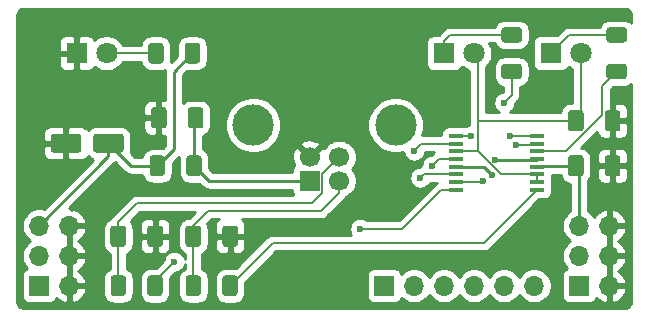
<source format=gtl>
%TF.GenerationSoftware,KiCad,Pcbnew,(5.1.10-0-10_14)*%
%TF.CreationDate,2021-05-10T23:18:38+02:00*%
%TF.ProjectId,USB_power_serial_breakout,5553425f-706f-4776-9572-5f7365726961,rev?*%
%TF.SameCoordinates,Original*%
%TF.FileFunction,Copper,L1,Top*%
%TF.FilePolarity,Positive*%
%FSLAX46Y46*%
G04 Gerber Fmt 4.6, Leading zero omitted, Abs format (unit mm)*
G04 Created by KiCad (PCBNEW (5.1.10-0-10_14)) date 2021-05-10 23:18:38*
%MOMM*%
%LPD*%
G01*
G04 APERTURE LIST*
%TA.AperFunction,ComponentPad*%
%ADD10C,1.800000*%
%TD*%
%TA.AperFunction,ComponentPad*%
%ADD11R,1.800000X1.800000*%
%TD*%
%TA.AperFunction,SMDPad,CuDef*%
%ADD12R,1.200000X0.400000*%
%TD*%
%TA.AperFunction,ComponentPad*%
%ADD13O,1.700000X1.700000*%
%TD*%
%TA.AperFunction,ComponentPad*%
%ADD14R,1.700000X1.700000*%
%TD*%
%TA.AperFunction,ComponentPad*%
%ADD15C,3.500000*%
%TD*%
%TA.AperFunction,ComponentPad*%
%ADD16C,1.700000*%
%TD*%
%TA.AperFunction,ViaPad*%
%ADD17C,0.600000*%
%TD*%
%TA.AperFunction,Conductor*%
%ADD18C,0.228600*%
%TD*%
%TA.AperFunction,Conductor*%
%ADD19C,0.152400*%
%TD*%
%TA.AperFunction,Conductor*%
%ADD20C,0.254000*%
%TD*%
%TA.AperFunction,Conductor*%
%ADD21C,0.100000*%
%TD*%
G04 APERTURE END LIST*
%TO.P,R3,2*%
%TO.N,Net-(D3-Pad2)*%
%TA.AperFunction,SMDPad,CuDef*%
G36*
G01*
X203570000Y-66049999D02*
X203570000Y-67300001D01*
G75*
G02*
X203320001Y-67550000I-249999J0D01*
G01*
X202519999Y-67550000D01*
G75*
G02*
X202270000Y-67300001I0J249999D01*
G01*
X202270000Y-66049999D01*
G75*
G02*
X202519999Y-65800000I249999J0D01*
G01*
X203320001Y-65800000D01*
G75*
G02*
X203570000Y-66049999I0J-249999D01*
G01*
G37*
%TD.AperFunction*%
%TO.P,R3,1*%
%TO.N,VCC*%
%TA.AperFunction,SMDPad,CuDef*%
G36*
G01*
X206670000Y-66049999D02*
X206670000Y-67300001D01*
G75*
G02*
X206420001Y-67550000I-249999J0D01*
G01*
X205619999Y-67550000D01*
G75*
G02*
X205370000Y-67300001I0J249999D01*
G01*
X205370000Y-66049999D01*
G75*
G02*
X205619999Y-65800000I249999J0D01*
G01*
X206420001Y-65800000D01*
G75*
G02*
X206670000Y-66049999I0J-249999D01*
G01*
G37*
%TD.AperFunction*%
%TD*%
D10*
%TO.P,D3,2*%
%TO.N,Net-(D3-Pad2)*%
X198755000Y-66675000D03*
D11*
%TO.P,D3,1*%
%TO.N,GND*%
X196215000Y-66675000D03*
%TD*%
D12*
%TO.P,U1,16*%
%TO.N,CBUS3*%
X235225000Y-73671000D03*
%TO.P,U1,15*%
%TO.N,CBUS0*%
X235225000Y-74321000D03*
%TO.P,U1,14*%
%TO.N,~RXLED*%
X235225000Y-74971000D03*
%TO.P,U1,13*%
%TO.N,GND*%
X235225000Y-75621000D03*
%TO.P,U1,12*%
%TO.N,VCC*%
X235225000Y-76271000D03*
%TO.P,U1,11*%
%TO.N,Net-(C4-Pad1)*%
X235225000Y-76921000D03*
%TO.P,U1,10*%
X235225000Y-77571000D03*
%TO.P,U1,9*%
%TO.N,USBD-*%
X235225000Y-78221000D03*
%TO.P,U1,8*%
%TO.N,USBD+*%
X228325000Y-78221000D03*
%TO.P,U1,7*%
%TO.N,~TXLED*%
X228325000Y-77571000D03*
%TO.P,U1,6*%
%TO.N,~CTS*%
X228325000Y-76921000D03*
%TO.P,U1,5*%
%TO.N,GND*%
X228325000Y-76271000D03*
%TO.P,U1,4*%
%TO.N,RxD*%
X228325000Y-75621000D03*
%TO.P,U1,3*%
%TO.N,Net-(C4-Pad1)*%
X228325000Y-74971000D03*
%TO.P,U1,2*%
%TO.N,~RTS*%
X228325000Y-74321000D03*
%TO.P,U1,1*%
%TO.N,TxD*%
X228325000Y-73671000D03*
%TD*%
%TO.P,R5,2*%
%TO.N,~RXLED*%
%TA.AperFunction,SMDPad,CuDef*%
G36*
G01*
X241309999Y-67575000D02*
X242560001Y-67575000D01*
G75*
G02*
X242810000Y-67824999I0J-249999D01*
G01*
X242810000Y-68625001D01*
G75*
G02*
X242560001Y-68875000I-249999J0D01*
G01*
X241309999Y-68875000D01*
G75*
G02*
X241060000Y-68625001I0J249999D01*
G01*
X241060000Y-67824999D01*
G75*
G02*
X241309999Y-67575000I249999J0D01*
G01*
G37*
%TD.AperFunction*%
%TO.P,R5,1*%
%TO.N,Net-(D2-Pad1)*%
%TA.AperFunction,SMDPad,CuDef*%
G36*
G01*
X241309999Y-64475000D02*
X242560001Y-64475000D01*
G75*
G02*
X242810000Y-64724999I0J-249999D01*
G01*
X242810000Y-65525001D01*
G75*
G02*
X242560001Y-65775000I-249999J0D01*
G01*
X241309999Y-65775000D01*
G75*
G02*
X241060000Y-65525001I0J249999D01*
G01*
X241060000Y-64724999D01*
G75*
G02*
X241309999Y-64475000I249999J0D01*
G01*
G37*
%TD.AperFunction*%
%TD*%
%TO.P,R4,2*%
%TO.N,~TXLED*%
%TA.AperFunction,SMDPad,CuDef*%
G36*
G01*
X232419999Y-67575000D02*
X233670001Y-67575000D01*
G75*
G02*
X233920000Y-67824999I0J-249999D01*
G01*
X233920000Y-68625001D01*
G75*
G02*
X233670001Y-68875000I-249999J0D01*
G01*
X232419999Y-68875000D01*
G75*
G02*
X232170000Y-68625001I0J249999D01*
G01*
X232170000Y-67824999D01*
G75*
G02*
X232419999Y-67575000I249999J0D01*
G01*
G37*
%TD.AperFunction*%
%TO.P,R4,1*%
%TO.N,Net-(D1-Pad1)*%
%TA.AperFunction,SMDPad,CuDef*%
G36*
G01*
X232419999Y-64475000D02*
X233670001Y-64475000D01*
G75*
G02*
X233920000Y-64724999I0J-249999D01*
G01*
X233920000Y-65525001D01*
G75*
G02*
X233670001Y-65775000I-249999J0D01*
G01*
X232419999Y-65775000D01*
G75*
G02*
X232170000Y-65525001I0J249999D01*
G01*
X232170000Y-64724999D01*
G75*
G02*
X232419999Y-64475000I249999J0D01*
G01*
G37*
%TD.AperFunction*%
%TD*%
%TO.P,R2,2*%
%TO.N,Net-(C3-Pad1)*%
%TA.AperFunction,SMDPad,CuDef*%
G36*
G01*
X206745000Y-85734999D02*
X206745000Y-86985001D01*
G75*
G02*
X206495001Y-87235000I-249999J0D01*
G01*
X205694999Y-87235000D01*
G75*
G02*
X205445000Y-86985001I0J249999D01*
G01*
X205445000Y-85734999D01*
G75*
G02*
X205694999Y-85485000I249999J0D01*
G01*
X206495001Y-85485000D01*
G75*
G02*
X206745000Y-85734999I0J-249999D01*
G01*
G37*
%TD.AperFunction*%
%TO.P,R2,1*%
%TO.N,USBD-*%
%TA.AperFunction,SMDPad,CuDef*%
G36*
G01*
X209845000Y-85734999D02*
X209845000Y-86985001D01*
G75*
G02*
X209595001Y-87235000I-249999J0D01*
G01*
X208794999Y-87235000D01*
G75*
G02*
X208545000Y-86985001I0J249999D01*
G01*
X208545000Y-85734999D01*
G75*
G02*
X208794999Y-85485000I249999J0D01*
G01*
X209595001Y-85485000D01*
G75*
G02*
X209845000Y-85734999I0J-249999D01*
G01*
G37*
%TD.AperFunction*%
%TD*%
%TO.P,R1,2*%
%TO.N,Net-(C2-Pad1)*%
%TA.AperFunction,SMDPad,CuDef*%
G36*
G01*
X200395000Y-85734999D02*
X200395000Y-86985001D01*
G75*
G02*
X200145001Y-87235000I-249999J0D01*
G01*
X199344999Y-87235000D01*
G75*
G02*
X199095000Y-86985001I0J249999D01*
G01*
X199095000Y-85734999D01*
G75*
G02*
X199344999Y-85485000I249999J0D01*
G01*
X200145001Y-85485000D01*
G75*
G02*
X200395000Y-85734999I0J-249999D01*
G01*
G37*
%TD.AperFunction*%
%TO.P,R1,1*%
%TO.N,USBD+*%
%TA.AperFunction,SMDPad,CuDef*%
G36*
G01*
X203495000Y-85734999D02*
X203495000Y-86985001D01*
G75*
G02*
X203245001Y-87235000I-249999J0D01*
G01*
X202444999Y-87235000D01*
G75*
G02*
X202195000Y-86985001I0J249999D01*
G01*
X202195000Y-85734999D01*
G75*
G02*
X202444999Y-85485000I249999J0D01*
G01*
X203245001Y-85485000D01*
G75*
G02*
X203495000Y-85734999I0J-249999D01*
G01*
G37*
%TD.AperFunction*%
%TD*%
D13*
%TO.P,J4,6*%
%TO.N,CBUS0*%
X234950000Y-86360000D03*
%TO.P,J4,5*%
%TO.N,CBUS3*%
X232410000Y-86360000D03*
%TO.P,J4,4*%
%TO.N,TxD*%
X229870000Y-86360000D03*
%TO.P,J4,3*%
%TO.N,RxD*%
X227330000Y-86360000D03*
%TO.P,J4,2*%
%TO.N,~CTS*%
X224790000Y-86360000D03*
D14*
%TO.P,J4,1*%
%TO.N,~RTS*%
X222250000Y-86360000D03*
%TD*%
D15*
%TO.P,J3,5*%
%TO.N,Net-(J3-Pad5)*%
X223210000Y-72760000D03*
X211170000Y-72760000D03*
D16*
%TO.P,J3,4*%
%TO.N,GND*%
X215940000Y-75470000D03*
%TO.P,J3,3*%
%TO.N,Net-(C2-Pad1)*%
X218440000Y-75470000D03*
%TO.P,J3,2*%
%TO.N,Net-(C3-Pad1)*%
X218440000Y-77470000D03*
D14*
%TO.P,J3,1*%
%TO.N,/vbus*%
X215940000Y-77470000D03*
%TD*%
D13*
%TO.P,J2,6*%
%TO.N,GND*%
X241300000Y-81280000D03*
%TO.P,J2,5*%
%TO.N,VCC*%
X238760000Y-81280000D03*
%TO.P,J2,4*%
%TO.N,GND*%
X241300000Y-83820000D03*
%TO.P,J2,3*%
%TO.N,VCC*%
X238760000Y-83820000D03*
%TO.P,J2,2*%
%TO.N,GND*%
X241300000Y-86360000D03*
D14*
%TO.P,J2,1*%
%TO.N,VCC*%
X238760000Y-86360000D03*
%TD*%
D13*
%TO.P,J1,6*%
%TO.N,GND*%
X195580000Y-81280000D03*
%TO.P,J1,5*%
%TO.N,VCC*%
X193040000Y-81280000D03*
%TO.P,J1,4*%
%TO.N,GND*%
X195580000Y-83820000D03*
%TO.P,J1,3*%
%TO.N,VCC*%
X193040000Y-83820000D03*
%TO.P,J1,2*%
%TO.N,GND*%
X195580000Y-86360000D03*
D14*
%TO.P,J1,1*%
%TO.N,VCC*%
X193040000Y-86360000D03*
%TD*%
%TO.P,FB1,2*%
%TO.N,/vbus*%
%TA.AperFunction,SMDPad,CuDef*%
G36*
G01*
X205497000Y-76825001D02*
X205497000Y-75574999D01*
G75*
G02*
X205746999Y-75325000I249999J0D01*
G01*
X206547001Y-75325000D01*
G75*
G02*
X206797000Y-75574999I0J-249999D01*
G01*
X206797000Y-76825001D01*
G75*
G02*
X206547001Y-77075000I-249999J0D01*
G01*
X205746999Y-77075000D01*
G75*
G02*
X205497000Y-76825001I0J249999D01*
G01*
G37*
%TD.AperFunction*%
%TO.P,FB1,1*%
%TO.N,VCC*%
%TA.AperFunction,SMDPad,CuDef*%
G36*
G01*
X202397000Y-76825001D02*
X202397000Y-75574999D01*
G75*
G02*
X202646999Y-75325000I249999J0D01*
G01*
X203447001Y-75325000D01*
G75*
G02*
X203697000Y-75574999I0J-249999D01*
G01*
X203697000Y-76825001D01*
G75*
G02*
X203447001Y-77075000I-249999J0D01*
G01*
X202646999Y-77075000D01*
G75*
G02*
X202397000Y-76825001I0J249999D01*
G01*
G37*
%TD.AperFunction*%
%TD*%
D10*
%TO.P,D2,2*%
%TO.N,Net-(C4-Pad1)*%
X238887000Y-66675000D03*
D11*
%TO.P,D2,1*%
%TO.N,Net-(D2-Pad1)*%
X236347000Y-66675000D03*
%TD*%
D10*
%TO.P,D1,2*%
%TO.N,Net-(C4-Pad1)*%
X229870000Y-66675000D03*
D11*
%TO.P,D1,1*%
%TO.N,Net-(D1-Pad1)*%
X227330000Y-66675000D03*
%TD*%
%TO.P,C6,2*%
%TO.N,GND*%
%TA.AperFunction,SMDPad,CuDef*%
G36*
G01*
X196604000Y-73745000D02*
X196604000Y-74845000D01*
G75*
G02*
X196354000Y-75095000I-250000J0D01*
G01*
X194254000Y-75095000D01*
G75*
G02*
X194004000Y-74845000I0J250000D01*
G01*
X194004000Y-73745000D01*
G75*
G02*
X194254000Y-73495000I250000J0D01*
G01*
X196354000Y-73495000D01*
G75*
G02*
X196604000Y-73745000I0J-250000D01*
G01*
G37*
%TD.AperFunction*%
%TO.P,C6,1*%
%TO.N,VCC*%
%TA.AperFunction,SMDPad,CuDef*%
G36*
G01*
X200204000Y-73745000D02*
X200204000Y-74845000D01*
G75*
G02*
X199954000Y-75095000I-250000J0D01*
G01*
X197854000Y-75095000D01*
G75*
G02*
X197604000Y-74845000I0J250000D01*
G01*
X197604000Y-73745000D01*
G75*
G02*
X197854000Y-73495000I250000J0D01*
G01*
X199954000Y-73495000D01*
G75*
G02*
X200204000Y-73745000I0J-250000D01*
G01*
G37*
%TD.AperFunction*%
%TD*%
%TO.P,C5,2*%
%TO.N,GND*%
%TA.AperFunction,SMDPad,CuDef*%
G36*
G01*
X240930000Y-76850002D02*
X240930000Y-75549998D01*
G75*
G02*
X241179998Y-75300000I249998J0D01*
G01*
X242005002Y-75300000D01*
G75*
G02*
X242255000Y-75549998I0J-249998D01*
G01*
X242255000Y-76850002D01*
G75*
G02*
X242005002Y-77100000I-249998J0D01*
G01*
X241179998Y-77100000D01*
G75*
G02*
X240930000Y-76850002I0J249998D01*
G01*
G37*
%TD.AperFunction*%
%TO.P,C5,1*%
%TO.N,VCC*%
%TA.AperFunction,SMDPad,CuDef*%
G36*
G01*
X237805000Y-76850002D02*
X237805000Y-75549998D01*
G75*
G02*
X238054998Y-75300000I249998J0D01*
G01*
X238880002Y-75300000D01*
G75*
G02*
X239130000Y-75549998I0J-249998D01*
G01*
X239130000Y-76850002D01*
G75*
G02*
X238880002Y-77100000I-249998J0D01*
G01*
X238054998Y-77100000D01*
G75*
G02*
X237805000Y-76850002I0J249998D01*
G01*
G37*
%TD.AperFunction*%
%TD*%
%TO.P,C4,2*%
%TO.N,GND*%
%TA.AperFunction,SMDPad,CuDef*%
G36*
G01*
X240930000Y-73040002D02*
X240930000Y-71739998D01*
G75*
G02*
X241179998Y-71490000I249998J0D01*
G01*
X242005002Y-71490000D01*
G75*
G02*
X242255000Y-71739998I0J-249998D01*
G01*
X242255000Y-73040002D01*
G75*
G02*
X242005002Y-73290000I-249998J0D01*
G01*
X241179998Y-73290000D01*
G75*
G02*
X240930000Y-73040002I0J249998D01*
G01*
G37*
%TD.AperFunction*%
%TO.P,C4,1*%
%TO.N,Net-(C4-Pad1)*%
%TA.AperFunction,SMDPad,CuDef*%
G36*
G01*
X237805000Y-73040002D02*
X237805000Y-71739998D01*
G75*
G02*
X238054998Y-71490000I249998J0D01*
G01*
X238880002Y-71490000D01*
G75*
G02*
X239130000Y-71739998I0J-249998D01*
G01*
X239130000Y-73040002D01*
G75*
G02*
X238880002Y-73290000I-249998J0D01*
G01*
X238054998Y-73290000D01*
G75*
G02*
X237805000Y-73040002I0J249998D01*
G01*
G37*
%TD.AperFunction*%
%TD*%
%TO.P,C3,2*%
%TO.N,GND*%
%TA.AperFunction,SMDPad,CuDef*%
G36*
G01*
X208545000Y-82819002D02*
X208545000Y-81518998D01*
G75*
G02*
X208794998Y-81269000I249998J0D01*
G01*
X209620002Y-81269000D01*
G75*
G02*
X209870000Y-81518998I0J-249998D01*
G01*
X209870000Y-82819002D01*
G75*
G02*
X209620002Y-83069000I-249998J0D01*
G01*
X208794998Y-83069000D01*
G75*
G02*
X208545000Y-82819002I0J249998D01*
G01*
G37*
%TD.AperFunction*%
%TO.P,C3,1*%
%TO.N,Net-(C3-Pad1)*%
%TA.AperFunction,SMDPad,CuDef*%
G36*
G01*
X205420000Y-82819002D02*
X205420000Y-81518998D01*
G75*
G02*
X205669998Y-81269000I249998J0D01*
G01*
X206495002Y-81269000D01*
G75*
G02*
X206745000Y-81518998I0J-249998D01*
G01*
X206745000Y-82819002D01*
G75*
G02*
X206495002Y-83069000I-249998J0D01*
G01*
X205669998Y-83069000D01*
G75*
G02*
X205420000Y-82819002I0J249998D01*
G01*
G37*
%TD.AperFunction*%
%TD*%
%TO.P,C2,2*%
%TO.N,GND*%
%TA.AperFunction,SMDPad,CuDef*%
G36*
G01*
X202195000Y-82819002D02*
X202195000Y-81518998D01*
G75*
G02*
X202444998Y-81269000I249998J0D01*
G01*
X203270002Y-81269000D01*
G75*
G02*
X203520000Y-81518998I0J-249998D01*
G01*
X203520000Y-82819002D01*
G75*
G02*
X203270002Y-83069000I-249998J0D01*
G01*
X202444998Y-83069000D01*
G75*
G02*
X202195000Y-82819002I0J249998D01*
G01*
G37*
%TD.AperFunction*%
%TO.P,C2,1*%
%TO.N,Net-(C2-Pad1)*%
%TA.AperFunction,SMDPad,CuDef*%
G36*
G01*
X199070000Y-82819002D02*
X199070000Y-81518998D01*
G75*
G02*
X199319998Y-81269000I249998J0D01*
G01*
X200145002Y-81269000D01*
G75*
G02*
X200395000Y-81518998I0J-249998D01*
G01*
X200395000Y-82819002D01*
G75*
G02*
X200145002Y-83069000I-249998J0D01*
G01*
X199319998Y-83069000D01*
G75*
G02*
X199070000Y-82819002I0J249998D01*
G01*
G37*
%TD.AperFunction*%
%TD*%
%TO.P,C1,2*%
%TO.N,GND*%
%TA.AperFunction,SMDPad,CuDef*%
G36*
G01*
X203824000Y-71485998D02*
X203824000Y-72786002D01*
G75*
G02*
X203574002Y-73036000I-249998J0D01*
G01*
X202748998Y-73036000D01*
G75*
G02*
X202499000Y-72786002I0J249998D01*
G01*
X202499000Y-71485998D01*
G75*
G02*
X202748998Y-71236000I249998J0D01*
G01*
X203574002Y-71236000D01*
G75*
G02*
X203824000Y-71485998I0J-249998D01*
G01*
G37*
%TD.AperFunction*%
%TO.P,C1,1*%
%TO.N,/vbus*%
%TA.AperFunction,SMDPad,CuDef*%
G36*
G01*
X206949000Y-71485998D02*
X206949000Y-72786002D01*
G75*
G02*
X206699002Y-73036000I-249998J0D01*
G01*
X205873998Y-73036000D01*
G75*
G02*
X205624000Y-72786002I0J249998D01*
G01*
X205624000Y-71485998D01*
G75*
G02*
X205873998Y-71236000I249998J0D01*
G01*
X206699002Y-71236000D01*
G75*
G02*
X206949000Y-71485998I0J-249998D01*
G01*
G37*
%TD.AperFunction*%
%TD*%
D17*
%TO.N,GND*%
X231394000Y-76962000D03*
X231648000Y-75692000D03*
%TO.N,CBUS0*%
X233426000Y-74422000D03*
%TO.N,CBUS3*%
X232918000Y-73660000D03*
%TO.N,TxD*%
X229616000Y-73660000D03*
%TO.N,RxD*%
X226314000Y-76200000D03*
%TO.N,~CTS*%
X225298000Y-77216000D03*
%TO.N,~RTS*%
X224790000Y-74930000D03*
%TO.N,USBD+*%
X204470000Y-84328000D03*
X220218000Y-81534000D03*
%TO.N,~TXLED*%
X230632000Y-77470000D03*
X232410000Y-70866000D03*
%TD*%
D18*
%TO.N,GND*%
X230703000Y-76271000D02*
X231394000Y-76962000D01*
X228325000Y-76271000D02*
X230703000Y-76271000D01*
X235154000Y-75692000D02*
X235225000Y-75621000D01*
X231648000Y-75692000D02*
X235154000Y-75692000D01*
D19*
%TO.N,Net-(C2-Pad1)*%
X217018601Y-78502881D02*
X216146482Y-79375000D01*
X217018601Y-76891399D02*
X217018601Y-78502881D01*
X218440000Y-75470000D02*
X217018601Y-76891399D01*
X216146482Y-79375000D02*
X201295000Y-79375000D01*
X199732500Y-80937500D02*
X199732500Y-82169000D01*
X201295000Y-79375000D02*
X199732500Y-80937500D01*
X199732500Y-86347500D02*
X199745000Y-86360000D01*
X199732500Y-82169000D02*
X199732500Y-86347500D01*
%TO.N,Net-(C3-Pad1)*%
X206095000Y-82181500D02*
X206082500Y-82169000D01*
X206095000Y-86360000D02*
X206095000Y-82181500D01*
X206082500Y-81269000D02*
X207341500Y-80010000D01*
X206082500Y-82169000D02*
X206082500Y-81269000D01*
X207341500Y-80010000D02*
X216916000Y-80010000D01*
X218440000Y-78486000D02*
X218440000Y-77470000D01*
X216916000Y-80010000D02*
X218440000Y-78486000D01*
%TO.N,Net-(C4-Pad1)*%
X228325000Y-74971000D02*
X230165000Y-74971000D01*
X232115000Y-76921000D02*
X235225000Y-76921000D01*
X230165000Y-74971000D02*
X232115000Y-76921000D01*
X235225000Y-76921000D02*
X235225000Y-77571000D01*
X230165000Y-66970000D02*
X229870000Y-66675000D01*
X238467500Y-72390000D02*
X230206000Y-72390000D01*
X230165000Y-72349000D02*
X230165000Y-66970000D01*
X230206000Y-72390000D02*
X230165000Y-72349000D01*
X230165000Y-74971000D02*
X230165000Y-72349000D01*
X238887000Y-71970500D02*
X238467500Y-72390000D01*
X238887000Y-66675000D02*
X238887000Y-71970500D01*
D18*
%TO.N,VCC*%
X200809000Y-76200000D02*
X198904000Y-74295000D01*
X203047000Y-76200000D02*
X200809000Y-76200000D01*
X198904000Y-75416000D02*
X193040000Y-81280000D01*
X198904000Y-74295000D02*
X198904000Y-75416000D01*
X238760000Y-76492500D02*
X238467500Y-76200000D01*
X238760000Y-81280000D02*
X238760000Y-76492500D01*
X235296000Y-76200000D02*
X235225000Y-76271000D01*
X238467500Y-76200000D02*
X235296000Y-76200000D01*
X203047000Y-76200000D02*
X204470000Y-74777000D01*
X204470000Y-68225000D02*
X206020000Y-66675000D01*
X204470000Y-74777000D02*
X204470000Y-68225000D01*
D19*
%TO.N,Net-(D1-Pad1)*%
X227827600Y-65125000D02*
X233045000Y-65125000D01*
X227330000Y-65622600D02*
X227827600Y-65125000D01*
X227330000Y-66675000D02*
X227330000Y-65622600D01*
%TO.N,Net-(D2-Pad1)*%
X237897000Y-65125000D02*
X241935000Y-65125000D01*
X236347000Y-66675000D02*
X237897000Y-65125000D01*
%TO.N,CBUS0*%
X235124000Y-74422000D02*
X235225000Y-74321000D01*
X233426000Y-74422000D02*
X235124000Y-74422000D01*
%TO.N,CBUS3*%
X235214000Y-73660000D02*
X235225000Y-73671000D01*
X232918000Y-73660000D02*
X235214000Y-73660000D01*
%TO.N,TxD*%
X228336000Y-73660000D02*
X228325000Y-73671000D01*
X229616000Y-73660000D02*
X228336000Y-73660000D01*
%TO.N,RxD*%
X226893000Y-75621000D02*
X228325000Y-75621000D01*
X226314000Y-76200000D02*
X226893000Y-75621000D01*
%TO.N,~CTS*%
X225593000Y-76921000D02*
X228325000Y-76921000D01*
X225298000Y-77216000D02*
X225593000Y-76921000D01*
%TO.N,~RTS*%
X225399000Y-74321000D02*
X228325000Y-74321000D01*
X224790000Y-74930000D02*
X225399000Y-74321000D01*
%TO.N,USBD+*%
X202845000Y-86360000D02*
X202845000Y-85953000D01*
X202845000Y-85953000D02*
X204470000Y-84328000D01*
X220218000Y-81534000D02*
X223774000Y-81534000D01*
X227087000Y-78221000D02*
X228325000Y-78221000D01*
X223774000Y-81534000D02*
X227087000Y-78221000D01*
%TO.N,USBD-*%
X230704601Y-82741399D02*
X235225000Y-78221000D01*
X212813601Y-82741399D02*
X230704601Y-82741399D01*
X209195000Y-86360000D02*
X212813601Y-82741399D01*
%TO.N,~TXLED*%
X230531000Y-77571000D02*
X230632000Y-77470000D01*
X228325000Y-77571000D02*
X230531000Y-77571000D01*
X233045000Y-70231000D02*
X233045000Y-68225000D01*
X232410000Y-70866000D02*
X233045000Y-70231000D01*
%TO.N,~RXLED*%
X240701390Y-69458610D02*
X241935000Y-68225000D01*
X240701390Y-71895468D02*
X240701390Y-69458610D01*
X237625858Y-74971000D02*
X240701390Y-71895468D01*
X235225000Y-74971000D02*
X237625858Y-74971000D01*
%TO.N,Net-(D3-Pad2)*%
X198755000Y-66675000D02*
X202920000Y-66675000D01*
D18*
%TO.N,/vbus*%
X207417000Y-77470000D02*
X206147000Y-76200000D01*
X215940000Y-77470000D02*
X207417000Y-77470000D01*
X206147000Y-72275500D02*
X206286500Y-72136000D01*
X206147000Y-76200000D02*
X206147000Y-72275500D01*
%TD*%
D20*
%TO.N,GND*%
X242687869Y-62904722D02*
X242801246Y-62938953D01*
X242905819Y-62994555D01*
X242997596Y-63069407D01*
X243073091Y-63160664D01*
X243129419Y-63264844D01*
X243164440Y-63377976D01*
X243180000Y-63526022D01*
X243180000Y-64090504D01*
X243053387Y-63986595D01*
X242899851Y-63904528D01*
X242733255Y-63853992D01*
X242560001Y-63836928D01*
X241309999Y-63836928D01*
X241136745Y-63853992D01*
X240970149Y-63904528D01*
X240816613Y-63986595D01*
X240682038Y-64097038D01*
X240571595Y-64231613D01*
X240489528Y-64385149D01*
X240480837Y-64413800D01*
X237931925Y-64413800D01*
X237896999Y-64410360D01*
X237862073Y-64413800D01*
X237862064Y-64413800D01*
X237757580Y-64424091D01*
X237623519Y-64464758D01*
X237499967Y-64530798D01*
X237391673Y-64619673D01*
X237369403Y-64646809D01*
X236879284Y-65136928D01*
X235447000Y-65136928D01*
X235322518Y-65149188D01*
X235202820Y-65185498D01*
X235092506Y-65244463D01*
X234995815Y-65323815D01*
X234916463Y-65420506D01*
X234857498Y-65530820D01*
X234821188Y-65650518D01*
X234808928Y-65775000D01*
X234808928Y-67575000D01*
X234821188Y-67699482D01*
X234857498Y-67819180D01*
X234916463Y-67929494D01*
X234995815Y-68026185D01*
X235092506Y-68105537D01*
X235202820Y-68164502D01*
X235322518Y-68200812D01*
X235447000Y-68213072D01*
X237247000Y-68213072D01*
X237371482Y-68200812D01*
X237491180Y-68164502D01*
X237601494Y-68105537D01*
X237698185Y-68026185D01*
X237777537Y-67929494D01*
X237836502Y-67819180D01*
X237842056Y-67800873D01*
X237908495Y-67867312D01*
X238159905Y-68035299D01*
X238175800Y-68041883D01*
X238175801Y-70851928D01*
X238054998Y-70851928D01*
X237881744Y-70868992D01*
X237715148Y-70919528D01*
X237561613Y-71001595D01*
X237427038Y-71112038D01*
X237316595Y-71246613D01*
X237234528Y-71400148D01*
X237183992Y-71566744D01*
X237172955Y-71678800D01*
X232876514Y-71678800D01*
X233006028Y-71592262D01*
X233136262Y-71462028D01*
X233238586Y-71308889D01*
X233309068Y-71138729D01*
X233345000Y-70958089D01*
X233345000Y-70936788D01*
X233523200Y-70758589D01*
X233550326Y-70736327D01*
X233572588Y-70709201D01*
X233572598Y-70709191D01*
X233639202Y-70628033D01*
X233705242Y-70504482D01*
X233745909Y-70370420D01*
X233755802Y-70269972D01*
X233756200Y-70265936D01*
X233756200Y-70265929D01*
X233759640Y-70231000D01*
X233756200Y-70196072D01*
X233756200Y-69504582D01*
X233843255Y-69496008D01*
X234009851Y-69445472D01*
X234163387Y-69363405D01*
X234297962Y-69252962D01*
X234408405Y-69118387D01*
X234490472Y-68964851D01*
X234541008Y-68798255D01*
X234558072Y-68625001D01*
X234558072Y-67824999D01*
X234541008Y-67651745D01*
X234490472Y-67485149D01*
X234408405Y-67331613D01*
X234297962Y-67197038D01*
X234163387Y-67086595D01*
X234009851Y-67004528D01*
X233843255Y-66953992D01*
X233670001Y-66936928D01*
X232419999Y-66936928D01*
X232246745Y-66953992D01*
X232080149Y-67004528D01*
X231926613Y-67086595D01*
X231792038Y-67197038D01*
X231681595Y-67331613D01*
X231599528Y-67485149D01*
X231548992Y-67651745D01*
X231531928Y-67824999D01*
X231531928Y-68625001D01*
X231548992Y-68798255D01*
X231599528Y-68964851D01*
X231681595Y-69118387D01*
X231792038Y-69252962D01*
X231926613Y-69363405D01*
X232080149Y-69445472D01*
X232246745Y-69496008D01*
X232333800Y-69504582D01*
X232333800Y-69931000D01*
X232317911Y-69931000D01*
X232137271Y-69966932D01*
X231967111Y-70037414D01*
X231813972Y-70139738D01*
X231683738Y-70269972D01*
X231581414Y-70423111D01*
X231510932Y-70593271D01*
X231475000Y-70773911D01*
X231475000Y-70958089D01*
X231510932Y-71138729D01*
X231581414Y-71308889D01*
X231683738Y-71462028D01*
X231813972Y-71592262D01*
X231943486Y-71678800D01*
X230876200Y-71678800D01*
X230876200Y-67839617D01*
X231062312Y-67653505D01*
X231230299Y-67402095D01*
X231346011Y-67122743D01*
X231405000Y-66826184D01*
X231405000Y-66523816D01*
X231346011Y-66227257D01*
X231230299Y-65947905D01*
X231155660Y-65836200D01*
X231590837Y-65836200D01*
X231599528Y-65864851D01*
X231681595Y-66018387D01*
X231792038Y-66152962D01*
X231926613Y-66263405D01*
X232080149Y-66345472D01*
X232246745Y-66396008D01*
X232419999Y-66413072D01*
X233670001Y-66413072D01*
X233843255Y-66396008D01*
X234009851Y-66345472D01*
X234163387Y-66263405D01*
X234297962Y-66152962D01*
X234408405Y-66018387D01*
X234490472Y-65864851D01*
X234541008Y-65698255D01*
X234558072Y-65525001D01*
X234558072Y-64724999D01*
X234541008Y-64551745D01*
X234490472Y-64385149D01*
X234408405Y-64231613D01*
X234297962Y-64097038D01*
X234163387Y-63986595D01*
X234009851Y-63904528D01*
X233843255Y-63853992D01*
X233670001Y-63836928D01*
X232419999Y-63836928D01*
X232246745Y-63853992D01*
X232080149Y-63904528D01*
X231926613Y-63986595D01*
X231792038Y-64097038D01*
X231681595Y-64231613D01*
X231599528Y-64385149D01*
X231590837Y-64413800D01*
X227862528Y-64413800D01*
X227827600Y-64410360D01*
X227792671Y-64413800D01*
X227792664Y-64413800D01*
X227688180Y-64424091D01*
X227554118Y-64464758D01*
X227430567Y-64530798D01*
X227349409Y-64597402D01*
X227349404Y-64597407D01*
X227322273Y-64619673D01*
X227300007Y-64646805D01*
X226851809Y-65095004D01*
X226824674Y-65117273D01*
X226808543Y-65136928D01*
X226430000Y-65136928D01*
X226305518Y-65149188D01*
X226185820Y-65185498D01*
X226075506Y-65244463D01*
X225978815Y-65323815D01*
X225899463Y-65420506D01*
X225840498Y-65530820D01*
X225804188Y-65650518D01*
X225791928Y-65775000D01*
X225791928Y-67575000D01*
X225804188Y-67699482D01*
X225840498Y-67819180D01*
X225899463Y-67929494D01*
X225978815Y-68026185D01*
X226075506Y-68105537D01*
X226185820Y-68164502D01*
X226305518Y-68200812D01*
X226430000Y-68213072D01*
X228230000Y-68213072D01*
X228354482Y-68200812D01*
X228474180Y-68164502D01*
X228584494Y-68105537D01*
X228681185Y-68026185D01*
X228760537Y-67929494D01*
X228819502Y-67819180D01*
X228825056Y-67800873D01*
X228891495Y-67867312D01*
X229142905Y-68035299D01*
X229422257Y-68151011D01*
X229453801Y-68157285D01*
X229453800Y-72314074D01*
X229450360Y-72349000D01*
X229453800Y-72383926D01*
X229453800Y-72383935D01*
X229453801Y-72383945D01*
X229453801Y-72738946D01*
X229343271Y-72760932D01*
X229173111Y-72831414D01*
X229120332Y-72866680D01*
X229049482Y-72845188D01*
X228925000Y-72832928D01*
X227725000Y-72832928D01*
X227600518Y-72845188D01*
X227480820Y-72881498D01*
X227370506Y-72940463D01*
X227273815Y-73019815D01*
X227194463Y-73116506D01*
X227135498Y-73226820D01*
X227099188Y-73346518D01*
X227086928Y-73471000D01*
X227086928Y-73609800D01*
X225439507Y-73609800D01*
X225503346Y-73455679D01*
X225595000Y-72994902D01*
X225595000Y-72525098D01*
X225503346Y-72064321D01*
X225323560Y-71630279D01*
X225062550Y-71239651D01*
X224730349Y-70907450D01*
X224339721Y-70646440D01*
X223905679Y-70466654D01*
X223444902Y-70375000D01*
X222975098Y-70375000D01*
X222514321Y-70466654D01*
X222080279Y-70646440D01*
X221689651Y-70907450D01*
X221357450Y-71239651D01*
X221096440Y-71630279D01*
X220916654Y-72064321D01*
X220825000Y-72525098D01*
X220825000Y-72994902D01*
X220916654Y-73455679D01*
X221096440Y-73889721D01*
X221357450Y-74280349D01*
X221689651Y-74612550D01*
X222080279Y-74873560D01*
X222514321Y-75053346D01*
X222975098Y-75145000D01*
X223444902Y-75145000D01*
X223862910Y-75061853D01*
X223890932Y-75202729D01*
X223961414Y-75372889D01*
X224063738Y-75526028D01*
X224193972Y-75656262D01*
X224347111Y-75758586D01*
X224517271Y-75829068D01*
X224697911Y-75865000D01*
X224882089Y-75865000D01*
X225062729Y-75829068D01*
X225232889Y-75758586D01*
X225386028Y-75656262D01*
X225516262Y-75526028D01*
X225618586Y-75372889D01*
X225689068Y-75202729D01*
X225722989Y-75032200D01*
X226489385Y-75032200D01*
X226414809Y-75093402D01*
X226414804Y-75093407D01*
X226387673Y-75115673D01*
X226365407Y-75142805D01*
X226243212Y-75265000D01*
X226221911Y-75265000D01*
X226041271Y-75300932D01*
X225871111Y-75371414D01*
X225717972Y-75473738D01*
X225587738Y-75603972D01*
X225485414Y-75757111D01*
X225414932Y-75927271D01*
X225379000Y-76107911D01*
X225379000Y-76242715D01*
X225319519Y-76260758D01*
X225281649Y-76281000D01*
X225205911Y-76281000D01*
X225025271Y-76316932D01*
X224855111Y-76387414D01*
X224701972Y-76489738D01*
X224571738Y-76619972D01*
X224469414Y-76773111D01*
X224398932Y-76943271D01*
X224363000Y-77123911D01*
X224363000Y-77308089D01*
X224398932Y-77488729D01*
X224469414Y-77658889D01*
X224571738Y-77812028D01*
X224701972Y-77942262D01*
X224855111Y-78044586D01*
X225025271Y-78115068D01*
X225205911Y-78151000D01*
X225390089Y-78151000D01*
X225570729Y-78115068D01*
X225740889Y-78044586D01*
X225894028Y-77942262D01*
X226024262Y-77812028D01*
X226126586Y-77658889D01*
X226137641Y-77632200D01*
X226683385Y-77632200D01*
X226608809Y-77693402D01*
X226608804Y-77693407D01*
X226581673Y-77715673D01*
X226559407Y-77742804D01*
X223479413Y-80822800D01*
X220829090Y-80822800D01*
X220814028Y-80807738D01*
X220660889Y-80705414D01*
X220490729Y-80634932D01*
X220310089Y-80599000D01*
X220125911Y-80599000D01*
X219945271Y-80634932D01*
X219775111Y-80705414D01*
X219621972Y-80807738D01*
X219491738Y-80937972D01*
X219389414Y-81091111D01*
X219318932Y-81261271D01*
X219283000Y-81441911D01*
X219283000Y-81626089D01*
X219318932Y-81806729D01*
X219389414Y-81976889D01*
X219425035Y-82030199D01*
X212848529Y-82030199D01*
X212813601Y-82026759D01*
X212778672Y-82030199D01*
X212778665Y-82030199D01*
X212674181Y-82040490D01*
X212540119Y-82081157D01*
X212416568Y-82147197D01*
X212335410Y-82213801D01*
X212335405Y-82213806D01*
X212308274Y-82236072D01*
X212286008Y-82263203D01*
X209692665Y-84856547D01*
X209595001Y-84846928D01*
X208794999Y-84846928D01*
X208621745Y-84863992D01*
X208455149Y-84914528D01*
X208301613Y-84996595D01*
X208167038Y-85107038D01*
X208056595Y-85241613D01*
X207974528Y-85395149D01*
X207923992Y-85561745D01*
X207906928Y-85734999D01*
X207906928Y-86985001D01*
X207923992Y-87158255D01*
X207974528Y-87324851D01*
X208056595Y-87478387D01*
X208167038Y-87612962D01*
X208301613Y-87723405D01*
X208455149Y-87805472D01*
X208621745Y-87856008D01*
X208794999Y-87873072D01*
X209595001Y-87873072D01*
X209768255Y-87856008D01*
X209934851Y-87805472D01*
X210088387Y-87723405D01*
X210222962Y-87612962D01*
X210333405Y-87478387D01*
X210415472Y-87324851D01*
X210466008Y-87158255D01*
X210483072Y-86985001D01*
X210483072Y-86077715D01*
X211050787Y-85510000D01*
X220761928Y-85510000D01*
X220761928Y-87210000D01*
X220774188Y-87334482D01*
X220810498Y-87454180D01*
X220869463Y-87564494D01*
X220948815Y-87661185D01*
X221045506Y-87740537D01*
X221155820Y-87799502D01*
X221275518Y-87835812D01*
X221400000Y-87848072D01*
X223100000Y-87848072D01*
X223224482Y-87835812D01*
X223344180Y-87799502D01*
X223454494Y-87740537D01*
X223551185Y-87661185D01*
X223630537Y-87564494D01*
X223689502Y-87454180D01*
X223711513Y-87381620D01*
X223843368Y-87513475D01*
X224086589Y-87675990D01*
X224356842Y-87787932D01*
X224643740Y-87845000D01*
X224936260Y-87845000D01*
X225223158Y-87787932D01*
X225493411Y-87675990D01*
X225736632Y-87513475D01*
X225943475Y-87306632D01*
X226060000Y-87132240D01*
X226176525Y-87306632D01*
X226383368Y-87513475D01*
X226626589Y-87675990D01*
X226896842Y-87787932D01*
X227183740Y-87845000D01*
X227476260Y-87845000D01*
X227763158Y-87787932D01*
X228033411Y-87675990D01*
X228276632Y-87513475D01*
X228483475Y-87306632D01*
X228600000Y-87132240D01*
X228716525Y-87306632D01*
X228923368Y-87513475D01*
X229166589Y-87675990D01*
X229436842Y-87787932D01*
X229723740Y-87845000D01*
X230016260Y-87845000D01*
X230303158Y-87787932D01*
X230573411Y-87675990D01*
X230816632Y-87513475D01*
X231023475Y-87306632D01*
X231140000Y-87132240D01*
X231256525Y-87306632D01*
X231463368Y-87513475D01*
X231706589Y-87675990D01*
X231976842Y-87787932D01*
X232263740Y-87845000D01*
X232556260Y-87845000D01*
X232843158Y-87787932D01*
X233113411Y-87675990D01*
X233356632Y-87513475D01*
X233563475Y-87306632D01*
X233680000Y-87132240D01*
X233796525Y-87306632D01*
X234003368Y-87513475D01*
X234246589Y-87675990D01*
X234516842Y-87787932D01*
X234803740Y-87845000D01*
X235096260Y-87845000D01*
X235383158Y-87787932D01*
X235653411Y-87675990D01*
X235896632Y-87513475D01*
X236103475Y-87306632D01*
X236265990Y-87063411D01*
X236377932Y-86793158D01*
X236435000Y-86506260D01*
X236435000Y-86213740D01*
X236377932Y-85926842D01*
X236265990Y-85656589D01*
X236103475Y-85413368D01*
X235896632Y-85206525D01*
X235653411Y-85044010D01*
X235383158Y-84932068D01*
X235096260Y-84875000D01*
X234803740Y-84875000D01*
X234516842Y-84932068D01*
X234246589Y-85044010D01*
X234003368Y-85206525D01*
X233796525Y-85413368D01*
X233680000Y-85587760D01*
X233563475Y-85413368D01*
X233356632Y-85206525D01*
X233113411Y-85044010D01*
X232843158Y-84932068D01*
X232556260Y-84875000D01*
X232263740Y-84875000D01*
X231976842Y-84932068D01*
X231706589Y-85044010D01*
X231463368Y-85206525D01*
X231256525Y-85413368D01*
X231140000Y-85587760D01*
X231023475Y-85413368D01*
X230816632Y-85206525D01*
X230573411Y-85044010D01*
X230303158Y-84932068D01*
X230016260Y-84875000D01*
X229723740Y-84875000D01*
X229436842Y-84932068D01*
X229166589Y-85044010D01*
X228923368Y-85206525D01*
X228716525Y-85413368D01*
X228600000Y-85587760D01*
X228483475Y-85413368D01*
X228276632Y-85206525D01*
X228033411Y-85044010D01*
X227763158Y-84932068D01*
X227476260Y-84875000D01*
X227183740Y-84875000D01*
X226896842Y-84932068D01*
X226626589Y-85044010D01*
X226383368Y-85206525D01*
X226176525Y-85413368D01*
X226060000Y-85587760D01*
X225943475Y-85413368D01*
X225736632Y-85206525D01*
X225493411Y-85044010D01*
X225223158Y-84932068D01*
X224936260Y-84875000D01*
X224643740Y-84875000D01*
X224356842Y-84932068D01*
X224086589Y-85044010D01*
X223843368Y-85206525D01*
X223711513Y-85338380D01*
X223689502Y-85265820D01*
X223630537Y-85155506D01*
X223551185Y-85058815D01*
X223454494Y-84979463D01*
X223344180Y-84920498D01*
X223224482Y-84884188D01*
X223100000Y-84871928D01*
X221400000Y-84871928D01*
X221275518Y-84884188D01*
X221155820Y-84920498D01*
X221045506Y-84979463D01*
X220948815Y-85058815D01*
X220869463Y-85155506D01*
X220810498Y-85265820D01*
X220774188Y-85385518D01*
X220761928Y-85510000D01*
X211050787Y-85510000D01*
X213108190Y-83452599D01*
X230669675Y-83452599D01*
X230704601Y-83456039D01*
X230739527Y-83452599D01*
X230739537Y-83452599D01*
X230844021Y-83442308D01*
X230978082Y-83401641D01*
X231101634Y-83335601D01*
X231209928Y-83246726D01*
X231232203Y-83219584D01*
X235392717Y-79059072D01*
X235825000Y-79059072D01*
X235949482Y-79046812D01*
X236069180Y-79010502D01*
X236179494Y-78951537D01*
X236276185Y-78872185D01*
X236355537Y-78775494D01*
X236414502Y-78665180D01*
X236450812Y-78545482D01*
X236463072Y-78421000D01*
X236463072Y-78021000D01*
X236450812Y-77896518D01*
X236450655Y-77896000D01*
X236450812Y-77895482D01*
X236463072Y-77771000D01*
X236463072Y-77371000D01*
X236450812Y-77246518D01*
X236450655Y-77246000D01*
X236450812Y-77245482D01*
X236463072Y-77121000D01*
X236463072Y-76949300D01*
X237176708Y-76949300D01*
X237183992Y-77023256D01*
X237234528Y-77189852D01*
X237316595Y-77343387D01*
X237427038Y-77477962D01*
X237561613Y-77588405D01*
X237715148Y-77670472D01*
X237881744Y-77721008D01*
X238010701Y-77733709D01*
X238010700Y-79994672D01*
X237813368Y-80126525D01*
X237606525Y-80333368D01*
X237444010Y-80576589D01*
X237332068Y-80846842D01*
X237275000Y-81133740D01*
X237275000Y-81426260D01*
X237332068Y-81713158D01*
X237444010Y-81983411D01*
X237606525Y-82226632D01*
X237813368Y-82433475D01*
X237987760Y-82550000D01*
X237813368Y-82666525D01*
X237606525Y-82873368D01*
X237444010Y-83116589D01*
X237332068Y-83386842D01*
X237275000Y-83673740D01*
X237275000Y-83966260D01*
X237332068Y-84253158D01*
X237444010Y-84523411D01*
X237606525Y-84766632D01*
X237738380Y-84898487D01*
X237665820Y-84920498D01*
X237555506Y-84979463D01*
X237458815Y-85058815D01*
X237379463Y-85155506D01*
X237320498Y-85265820D01*
X237284188Y-85385518D01*
X237271928Y-85510000D01*
X237271928Y-87210000D01*
X237284188Y-87334482D01*
X237320498Y-87454180D01*
X237379463Y-87564494D01*
X237458815Y-87661185D01*
X237555506Y-87740537D01*
X237665820Y-87799502D01*
X237785518Y-87835812D01*
X237910000Y-87848072D01*
X239610000Y-87848072D01*
X239734482Y-87835812D01*
X239854180Y-87799502D01*
X239964494Y-87740537D01*
X240061185Y-87661185D01*
X240140537Y-87564494D01*
X240199502Y-87454180D01*
X240222498Y-87378374D01*
X240418645Y-87555178D01*
X240668748Y-87704157D01*
X240943109Y-87801481D01*
X241173000Y-87680814D01*
X241173000Y-86487000D01*
X241427000Y-86487000D01*
X241427000Y-87680814D01*
X241656891Y-87801481D01*
X241931252Y-87704157D01*
X242181355Y-87555178D01*
X242397588Y-87360269D01*
X242571641Y-87126920D01*
X242696825Y-86864099D01*
X242741476Y-86716890D01*
X242620155Y-86487000D01*
X241427000Y-86487000D01*
X241173000Y-86487000D01*
X241153000Y-86487000D01*
X241153000Y-86233000D01*
X241173000Y-86233000D01*
X241173000Y-83947000D01*
X241427000Y-83947000D01*
X241427000Y-86233000D01*
X242620155Y-86233000D01*
X242741476Y-86003110D01*
X242696825Y-85855901D01*
X242571641Y-85593080D01*
X242397588Y-85359731D01*
X242181355Y-85164822D01*
X242055745Y-85090000D01*
X242181355Y-85015178D01*
X242397588Y-84820269D01*
X242571641Y-84586920D01*
X242696825Y-84324099D01*
X242741476Y-84176890D01*
X242620155Y-83947000D01*
X241427000Y-83947000D01*
X241173000Y-83947000D01*
X241153000Y-83947000D01*
X241153000Y-83693000D01*
X241173000Y-83693000D01*
X241173000Y-81407000D01*
X241427000Y-81407000D01*
X241427000Y-83693000D01*
X242620155Y-83693000D01*
X242741476Y-83463110D01*
X242696825Y-83315901D01*
X242571641Y-83053080D01*
X242397588Y-82819731D01*
X242181355Y-82624822D01*
X242055745Y-82550000D01*
X242181355Y-82475178D01*
X242397588Y-82280269D01*
X242571641Y-82046920D01*
X242696825Y-81784099D01*
X242741476Y-81636890D01*
X242620155Y-81407000D01*
X241427000Y-81407000D01*
X241173000Y-81407000D01*
X241153000Y-81407000D01*
X241153000Y-81153000D01*
X241173000Y-81153000D01*
X241173000Y-79959186D01*
X241427000Y-79959186D01*
X241427000Y-81153000D01*
X242620155Y-81153000D01*
X242741476Y-80923110D01*
X242696825Y-80775901D01*
X242571641Y-80513080D01*
X242397588Y-80279731D01*
X242181355Y-80084822D01*
X241931252Y-79935843D01*
X241656891Y-79838519D01*
X241427000Y-79959186D01*
X241173000Y-79959186D01*
X240943109Y-79838519D01*
X240668748Y-79935843D01*
X240418645Y-80084822D01*
X240202412Y-80279731D01*
X240031100Y-80509406D01*
X239913475Y-80333368D01*
X239706632Y-80126525D01*
X239509300Y-79994672D01*
X239509300Y-77476332D01*
X239618405Y-77343387D01*
X239700472Y-77189852D01*
X239727728Y-77100000D01*
X240291928Y-77100000D01*
X240304188Y-77224482D01*
X240340498Y-77344180D01*
X240399463Y-77454494D01*
X240478815Y-77551185D01*
X240575506Y-77630537D01*
X240685820Y-77689502D01*
X240805518Y-77725812D01*
X240930000Y-77738072D01*
X241306750Y-77735000D01*
X241465500Y-77576250D01*
X241465500Y-76327000D01*
X241719500Y-76327000D01*
X241719500Y-77576250D01*
X241878250Y-77735000D01*
X242255000Y-77738072D01*
X242379482Y-77725812D01*
X242499180Y-77689502D01*
X242609494Y-77630537D01*
X242706185Y-77551185D01*
X242785537Y-77454494D01*
X242844502Y-77344180D01*
X242880812Y-77224482D01*
X242893072Y-77100000D01*
X242890000Y-76485750D01*
X242731250Y-76327000D01*
X241719500Y-76327000D01*
X241465500Y-76327000D01*
X240453750Y-76327000D01*
X240295000Y-76485750D01*
X240291928Y-77100000D01*
X239727728Y-77100000D01*
X239751008Y-77023256D01*
X239768072Y-76850002D01*
X239768072Y-75549998D01*
X239751008Y-75376744D01*
X239727729Y-75300000D01*
X240291928Y-75300000D01*
X240295000Y-75914250D01*
X240453750Y-76073000D01*
X241465500Y-76073000D01*
X241465500Y-74823750D01*
X241719500Y-74823750D01*
X241719500Y-76073000D01*
X242731250Y-76073000D01*
X242890000Y-75914250D01*
X242893072Y-75300000D01*
X242880812Y-75175518D01*
X242844502Y-75055820D01*
X242785537Y-74945506D01*
X242706185Y-74848815D01*
X242609494Y-74769463D01*
X242499180Y-74710498D01*
X242379482Y-74674188D01*
X242255000Y-74661928D01*
X241878250Y-74665000D01*
X241719500Y-74823750D01*
X241465500Y-74823750D01*
X241306750Y-74665000D01*
X240930000Y-74661928D01*
X240805518Y-74674188D01*
X240685820Y-74710498D01*
X240575506Y-74769463D01*
X240478815Y-74848815D01*
X240399463Y-74945506D01*
X240340498Y-75055820D01*
X240304188Y-75175518D01*
X240291928Y-75300000D01*
X239727729Y-75300000D01*
X239700472Y-75210148D01*
X239618405Y-75056613D01*
X239507962Y-74922038D01*
X239373387Y-74811595D01*
X239219852Y-74729528D01*
X239053256Y-74678992D01*
X238935274Y-74667372D01*
X240293786Y-73308860D01*
X240304188Y-73414482D01*
X240340498Y-73534180D01*
X240399463Y-73644494D01*
X240478815Y-73741185D01*
X240575506Y-73820537D01*
X240685820Y-73879502D01*
X240805518Y-73915812D01*
X240930000Y-73928072D01*
X241306750Y-73925000D01*
X241465500Y-73766250D01*
X241465500Y-72517000D01*
X241719500Y-72517000D01*
X241719500Y-73766250D01*
X241878250Y-73925000D01*
X242255000Y-73928072D01*
X242379482Y-73915812D01*
X242499180Y-73879502D01*
X242609494Y-73820537D01*
X242706185Y-73741185D01*
X242785537Y-73644494D01*
X242844502Y-73534180D01*
X242880812Y-73414482D01*
X242893072Y-73290000D01*
X242890000Y-72675750D01*
X242731250Y-72517000D01*
X241719500Y-72517000D01*
X241465500Y-72517000D01*
X241445500Y-72517000D01*
X241445500Y-72263000D01*
X241465500Y-72263000D01*
X241465500Y-71013750D01*
X241719500Y-71013750D01*
X241719500Y-72263000D01*
X242731250Y-72263000D01*
X242890000Y-72104250D01*
X242893072Y-71490000D01*
X242880812Y-71365518D01*
X242844502Y-71245820D01*
X242785537Y-71135506D01*
X242706185Y-71038815D01*
X242609494Y-70959463D01*
X242499180Y-70900498D01*
X242379482Y-70864188D01*
X242255000Y-70851928D01*
X241878250Y-70855000D01*
X241719500Y-71013750D01*
X241465500Y-71013750D01*
X241412590Y-70960840D01*
X241412590Y-69753197D01*
X241652715Y-69513072D01*
X242560001Y-69513072D01*
X242733255Y-69496008D01*
X242899851Y-69445472D01*
X243053387Y-69363405D01*
X243180000Y-69259496D01*
X243180001Y-87597711D01*
X243165278Y-87747869D01*
X243131047Y-87861246D01*
X243075446Y-87965817D01*
X243000594Y-88057595D01*
X242909335Y-88133091D01*
X242805160Y-88189419D01*
X242692024Y-88224440D01*
X242543979Y-88240000D01*
X191802279Y-88240000D01*
X191652131Y-88225278D01*
X191538754Y-88191047D01*
X191434183Y-88135446D01*
X191342405Y-88060594D01*
X191266909Y-87969335D01*
X191210581Y-87865160D01*
X191175560Y-87752024D01*
X191160000Y-87603979D01*
X191160000Y-85510000D01*
X191551928Y-85510000D01*
X191551928Y-87210000D01*
X191564188Y-87334482D01*
X191600498Y-87454180D01*
X191659463Y-87564494D01*
X191738815Y-87661185D01*
X191835506Y-87740537D01*
X191945820Y-87799502D01*
X192065518Y-87835812D01*
X192190000Y-87848072D01*
X193890000Y-87848072D01*
X194014482Y-87835812D01*
X194134180Y-87799502D01*
X194244494Y-87740537D01*
X194341185Y-87661185D01*
X194420537Y-87564494D01*
X194479502Y-87454180D01*
X194502498Y-87378374D01*
X194698645Y-87555178D01*
X194948748Y-87704157D01*
X195223109Y-87801481D01*
X195453000Y-87680814D01*
X195453000Y-86487000D01*
X195707000Y-86487000D01*
X195707000Y-87680814D01*
X195936891Y-87801481D01*
X196211252Y-87704157D01*
X196461355Y-87555178D01*
X196677588Y-87360269D01*
X196851641Y-87126920D01*
X196976825Y-86864099D01*
X197021476Y-86716890D01*
X196900155Y-86487000D01*
X195707000Y-86487000D01*
X195453000Y-86487000D01*
X195433000Y-86487000D01*
X195433000Y-86233000D01*
X195453000Y-86233000D01*
X195453000Y-83947000D01*
X195707000Y-83947000D01*
X195707000Y-86233000D01*
X196900155Y-86233000D01*
X197021476Y-86003110D01*
X196976825Y-85855901D01*
X196851641Y-85593080D01*
X196677588Y-85359731D01*
X196461355Y-85164822D01*
X196335745Y-85090000D01*
X196461355Y-85015178D01*
X196677588Y-84820269D01*
X196851641Y-84586920D01*
X196976825Y-84324099D01*
X197021476Y-84176890D01*
X196900155Y-83947000D01*
X195707000Y-83947000D01*
X195453000Y-83947000D01*
X195433000Y-83947000D01*
X195433000Y-83693000D01*
X195453000Y-83693000D01*
X195453000Y-81407000D01*
X195707000Y-81407000D01*
X195707000Y-83693000D01*
X196900155Y-83693000D01*
X197021476Y-83463110D01*
X196976825Y-83315901D01*
X196851641Y-83053080D01*
X196677588Y-82819731D01*
X196461355Y-82624822D01*
X196335745Y-82550000D01*
X196461355Y-82475178D01*
X196677588Y-82280269D01*
X196851641Y-82046920D01*
X196976825Y-81784099D01*
X197021476Y-81636890D01*
X196900155Y-81407000D01*
X195707000Y-81407000D01*
X195453000Y-81407000D01*
X195433000Y-81407000D01*
X195433000Y-81153000D01*
X195453000Y-81153000D01*
X195453000Y-81133000D01*
X195707000Y-81133000D01*
X195707000Y-81153000D01*
X196900155Y-81153000D01*
X197021476Y-80923110D01*
X196976825Y-80775901D01*
X196851641Y-80513080D01*
X196677588Y-80279731D01*
X196461355Y-80084822D01*
X196211252Y-79935843D01*
X195936891Y-79838519D01*
X195707002Y-79959185D01*
X195707002Y-79795000D01*
X195584669Y-79795000D01*
X199407811Y-75971859D01*
X199436398Y-75948398D01*
X199464043Y-75914713D01*
X200253139Y-76703809D01*
X200276602Y-76732398D01*
X200305188Y-76755858D01*
X200305190Y-76755860D01*
X200390696Y-76826034D01*
X200503005Y-76886064D01*
X200520868Y-76895612D01*
X200662112Y-76938458D01*
X200772194Y-76949300D01*
X200772204Y-76949300D01*
X200809000Y-76952924D01*
X200845796Y-76949300D01*
X201771170Y-76949300D01*
X201775992Y-76998255D01*
X201826528Y-77164851D01*
X201908595Y-77318387D01*
X202019038Y-77452962D01*
X202153613Y-77563405D01*
X202307149Y-77645472D01*
X202473745Y-77696008D01*
X202646999Y-77713072D01*
X203447001Y-77713072D01*
X203620255Y-77696008D01*
X203786851Y-77645472D01*
X203940387Y-77563405D01*
X204074962Y-77452962D01*
X204185405Y-77318387D01*
X204267472Y-77164851D01*
X204318008Y-76998255D01*
X204335072Y-76825001D01*
X204335072Y-75971598D01*
X204872831Y-75433839D01*
X204858928Y-75574999D01*
X204858928Y-76825001D01*
X204875992Y-76998255D01*
X204926528Y-77164851D01*
X205008595Y-77318387D01*
X205119038Y-77452962D01*
X205253613Y-77563405D01*
X205407149Y-77645472D01*
X205573745Y-77696008D01*
X205746999Y-77713072D01*
X206547001Y-77713072D01*
X206595614Y-77708284D01*
X206861141Y-77973811D01*
X206884602Y-78002398D01*
X206913188Y-78025858D01*
X206913190Y-78025860D01*
X206998696Y-78096034D01*
X207068274Y-78133224D01*
X207128868Y-78165612D01*
X207270112Y-78208458D01*
X207380194Y-78219300D01*
X207380203Y-78219300D01*
X207416999Y-78222924D01*
X207453795Y-78219300D01*
X214451928Y-78219300D01*
X214451928Y-78320000D01*
X214464188Y-78444482D01*
X214500498Y-78564180D01*
X214553747Y-78663800D01*
X201329928Y-78663800D01*
X201295000Y-78660360D01*
X201260071Y-78663800D01*
X201260064Y-78663800D01*
X201155580Y-78674091D01*
X201021518Y-78714758D01*
X200897967Y-78780798D01*
X200816809Y-78847402D01*
X200816804Y-78847407D01*
X200789673Y-78869673D01*
X200767407Y-78896804D01*
X199254310Y-80409903D01*
X199227173Y-80432174D01*
X199138298Y-80540468D01*
X199072258Y-80664020D01*
X199070064Y-80671252D01*
X198980148Y-80698528D01*
X198826613Y-80780595D01*
X198692038Y-80891038D01*
X198581595Y-81025613D01*
X198499528Y-81179148D01*
X198448992Y-81345744D01*
X198431928Y-81518998D01*
X198431928Y-82819002D01*
X198448992Y-82992256D01*
X198499528Y-83158852D01*
X198581595Y-83312387D01*
X198692038Y-83446962D01*
X198826613Y-83557405D01*
X198980148Y-83639472D01*
X199021300Y-83651955D01*
X199021301Y-84909628D01*
X199005149Y-84914528D01*
X198851613Y-84996595D01*
X198717038Y-85107038D01*
X198606595Y-85241613D01*
X198524528Y-85395149D01*
X198473992Y-85561745D01*
X198456928Y-85734999D01*
X198456928Y-86985001D01*
X198473992Y-87158255D01*
X198524528Y-87324851D01*
X198606595Y-87478387D01*
X198717038Y-87612962D01*
X198851613Y-87723405D01*
X199005149Y-87805472D01*
X199171745Y-87856008D01*
X199344999Y-87873072D01*
X200145001Y-87873072D01*
X200318255Y-87856008D01*
X200484851Y-87805472D01*
X200638387Y-87723405D01*
X200772962Y-87612962D01*
X200883405Y-87478387D01*
X200965472Y-87324851D01*
X201016008Y-87158255D01*
X201033072Y-86985001D01*
X201033072Y-85734999D01*
X201016008Y-85561745D01*
X200965472Y-85395149D01*
X200883405Y-85241613D01*
X200772962Y-85107038D01*
X200638387Y-84996595D01*
X200484851Y-84914528D01*
X200443700Y-84902045D01*
X200443700Y-83651955D01*
X200484852Y-83639472D01*
X200638387Y-83557405D01*
X200772962Y-83446962D01*
X200883405Y-83312387D01*
X200965472Y-83158852D01*
X200992728Y-83069000D01*
X201556928Y-83069000D01*
X201569188Y-83193482D01*
X201605498Y-83313180D01*
X201664463Y-83423494D01*
X201743815Y-83520185D01*
X201840506Y-83599537D01*
X201950820Y-83658502D01*
X202070518Y-83694812D01*
X202195000Y-83707072D01*
X202571750Y-83704000D01*
X202730500Y-83545250D01*
X202730500Y-82296000D01*
X202984500Y-82296000D01*
X202984500Y-83545250D01*
X203143250Y-83704000D01*
X203520000Y-83707072D01*
X203644482Y-83694812D01*
X203764180Y-83658502D01*
X203874494Y-83599537D01*
X203971185Y-83520185D01*
X204050537Y-83423494D01*
X204109502Y-83313180D01*
X204145812Y-83193482D01*
X204158072Y-83069000D01*
X204155000Y-82454750D01*
X203996250Y-82296000D01*
X202984500Y-82296000D01*
X202730500Y-82296000D01*
X201718750Y-82296000D01*
X201560000Y-82454750D01*
X201556928Y-83069000D01*
X200992728Y-83069000D01*
X201016008Y-82992256D01*
X201033072Y-82819002D01*
X201033072Y-81518998D01*
X201016008Y-81345744D01*
X200992729Y-81269000D01*
X201556928Y-81269000D01*
X201560000Y-81883250D01*
X201718750Y-82042000D01*
X202730500Y-82042000D01*
X202730500Y-80792750D01*
X202984500Y-80792750D01*
X202984500Y-82042000D01*
X203996250Y-82042000D01*
X204155000Y-81883250D01*
X204158072Y-81269000D01*
X204145812Y-81144518D01*
X204109502Y-81024820D01*
X204050537Y-80914506D01*
X203971185Y-80817815D01*
X203874494Y-80738463D01*
X203764180Y-80679498D01*
X203644482Y-80643188D01*
X203520000Y-80630928D01*
X203143250Y-80634000D01*
X202984500Y-80792750D01*
X202730500Y-80792750D01*
X202571750Y-80634000D01*
X202195000Y-80630928D01*
X202070518Y-80643188D01*
X201950820Y-80679498D01*
X201840506Y-80738463D01*
X201743815Y-80817815D01*
X201664463Y-80914506D01*
X201605498Y-81024820D01*
X201569188Y-81144518D01*
X201556928Y-81269000D01*
X200992729Y-81269000D01*
X200965472Y-81179148D01*
X200883405Y-81025613D01*
X200778275Y-80897512D01*
X201589589Y-80086200D01*
X206259512Y-80086200D01*
X205714785Y-80630928D01*
X205669998Y-80630928D01*
X205496744Y-80647992D01*
X205330148Y-80698528D01*
X205176613Y-80780595D01*
X205042038Y-80891038D01*
X204931595Y-81025613D01*
X204849528Y-81179148D01*
X204798992Y-81345744D01*
X204781928Y-81518998D01*
X204781928Y-82819002D01*
X204798992Y-82992256D01*
X204849528Y-83158852D01*
X204931595Y-83312387D01*
X205042038Y-83446962D01*
X205176613Y-83557405D01*
X205330148Y-83639472D01*
X205383801Y-83655747D01*
X205383801Y-84129335D01*
X205369068Y-84055271D01*
X205298586Y-83885111D01*
X205196262Y-83731972D01*
X205066028Y-83601738D01*
X204912889Y-83499414D01*
X204742729Y-83428932D01*
X204562089Y-83393000D01*
X204377911Y-83393000D01*
X204197271Y-83428932D01*
X204027111Y-83499414D01*
X203873972Y-83601738D01*
X203743738Y-83731972D01*
X203641414Y-83885111D01*
X203570932Y-84055271D01*
X203535000Y-84235911D01*
X203535000Y-84257212D01*
X202945285Y-84846928D01*
X202444999Y-84846928D01*
X202271745Y-84863992D01*
X202105149Y-84914528D01*
X201951613Y-84996595D01*
X201817038Y-85107038D01*
X201706595Y-85241613D01*
X201624528Y-85395149D01*
X201573992Y-85561745D01*
X201556928Y-85734999D01*
X201556928Y-86985001D01*
X201573992Y-87158255D01*
X201624528Y-87324851D01*
X201706595Y-87478387D01*
X201817038Y-87612962D01*
X201951613Y-87723405D01*
X202105149Y-87805472D01*
X202271745Y-87856008D01*
X202444999Y-87873072D01*
X203245001Y-87873072D01*
X203418255Y-87856008D01*
X203584851Y-87805472D01*
X203738387Y-87723405D01*
X203872962Y-87612962D01*
X203983405Y-87478387D01*
X204065472Y-87324851D01*
X204116008Y-87158255D01*
X204133072Y-86985001D01*
X204133072Y-85734999D01*
X204127308Y-85676479D01*
X204540788Y-85263000D01*
X204562089Y-85263000D01*
X204742729Y-85227068D01*
X204912889Y-85156586D01*
X205066028Y-85054262D01*
X205196262Y-84924028D01*
X205298586Y-84770889D01*
X205369068Y-84600729D01*
X205383800Y-84526665D01*
X205383800Y-84905837D01*
X205355149Y-84914528D01*
X205201613Y-84996595D01*
X205067038Y-85107038D01*
X204956595Y-85241613D01*
X204874528Y-85395149D01*
X204823992Y-85561745D01*
X204806928Y-85734999D01*
X204806928Y-86985001D01*
X204823992Y-87158255D01*
X204874528Y-87324851D01*
X204956595Y-87478387D01*
X205067038Y-87612962D01*
X205201613Y-87723405D01*
X205355149Y-87805472D01*
X205521745Y-87856008D01*
X205694999Y-87873072D01*
X206495001Y-87873072D01*
X206668255Y-87856008D01*
X206834851Y-87805472D01*
X206988387Y-87723405D01*
X207122962Y-87612962D01*
X207233405Y-87478387D01*
X207315472Y-87324851D01*
X207366008Y-87158255D01*
X207383072Y-86985001D01*
X207383072Y-85734999D01*
X207366008Y-85561745D01*
X207315472Y-85395149D01*
X207233405Y-85241613D01*
X207122962Y-85107038D01*
X206988387Y-84996595D01*
X206834851Y-84914528D01*
X206806200Y-84905837D01*
X206806200Y-83648163D01*
X206834852Y-83639472D01*
X206988387Y-83557405D01*
X207122962Y-83446962D01*
X207233405Y-83312387D01*
X207315472Y-83158852D01*
X207342728Y-83069000D01*
X207906928Y-83069000D01*
X207919188Y-83193482D01*
X207955498Y-83313180D01*
X208014463Y-83423494D01*
X208093815Y-83520185D01*
X208190506Y-83599537D01*
X208300820Y-83658502D01*
X208420518Y-83694812D01*
X208545000Y-83707072D01*
X208921750Y-83704000D01*
X209080500Y-83545250D01*
X209080500Y-82296000D01*
X209334500Y-82296000D01*
X209334500Y-83545250D01*
X209493250Y-83704000D01*
X209870000Y-83707072D01*
X209994482Y-83694812D01*
X210114180Y-83658502D01*
X210224494Y-83599537D01*
X210321185Y-83520185D01*
X210400537Y-83423494D01*
X210459502Y-83313180D01*
X210495812Y-83193482D01*
X210508072Y-83069000D01*
X210505000Y-82454750D01*
X210346250Y-82296000D01*
X209334500Y-82296000D01*
X209080500Y-82296000D01*
X208068750Y-82296000D01*
X207910000Y-82454750D01*
X207906928Y-83069000D01*
X207342728Y-83069000D01*
X207366008Y-82992256D01*
X207383072Y-82819002D01*
X207383072Y-81518998D01*
X207366008Y-81345744D01*
X207315472Y-81179148D01*
X207267635Y-81089652D01*
X207636088Y-80721200D01*
X208222802Y-80721200D01*
X208190506Y-80738463D01*
X208093815Y-80817815D01*
X208014463Y-80914506D01*
X207955498Y-81024820D01*
X207919188Y-81144518D01*
X207906928Y-81269000D01*
X207910000Y-81883250D01*
X208068750Y-82042000D01*
X209080500Y-82042000D01*
X209080500Y-82022000D01*
X209334500Y-82022000D01*
X209334500Y-82042000D01*
X210346250Y-82042000D01*
X210505000Y-81883250D01*
X210508072Y-81269000D01*
X210495812Y-81144518D01*
X210459502Y-81024820D01*
X210400537Y-80914506D01*
X210321185Y-80817815D01*
X210224494Y-80738463D01*
X210192198Y-80721200D01*
X216881074Y-80721200D01*
X216916000Y-80724640D01*
X216950926Y-80721200D01*
X216950936Y-80721200D01*
X217055420Y-80710909D01*
X217189481Y-80670242D01*
X217313033Y-80604202D01*
X217421327Y-80515327D01*
X217443602Y-80488186D01*
X218918201Y-79013588D01*
X218945326Y-78991327D01*
X218967588Y-78964201D01*
X218967597Y-78964192D01*
X219034202Y-78883034D01*
X219069768Y-78816494D01*
X219143411Y-78785990D01*
X219386632Y-78623475D01*
X219593475Y-78416632D01*
X219755990Y-78173411D01*
X219867932Y-77903158D01*
X219925000Y-77616260D01*
X219925000Y-77323740D01*
X219867932Y-77036842D01*
X219755990Y-76766589D01*
X219593475Y-76523368D01*
X219540107Y-76470000D01*
X219593475Y-76416632D01*
X219755990Y-76173411D01*
X219867932Y-75903158D01*
X219925000Y-75616260D01*
X219925000Y-75323740D01*
X219867932Y-75036842D01*
X219755990Y-74766589D01*
X219593475Y-74523368D01*
X219386632Y-74316525D01*
X219143411Y-74154010D01*
X218873158Y-74042068D01*
X218586260Y-73985000D01*
X218293740Y-73985000D01*
X218006842Y-74042068D01*
X217736589Y-74154010D01*
X217493368Y-74316525D01*
X217286525Y-74523368D01*
X217177584Y-74686410D01*
X216968397Y-74621208D01*
X216119605Y-75470000D01*
X216133748Y-75484143D01*
X215954143Y-75663748D01*
X215940000Y-75649605D01*
X215925858Y-75663748D01*
X215746253Y-75484143D01*
X215760395Y-75470000D01*
X214911603Y-74621208D01*
X214662528Y-74698843D01*
X214536629Y-74962883D01*
X214464661Y-75246411D01*
X214449389Y-75538531D01*
X214491401Y-75828019D01*
X214589081Y-76103747D01*
X214629759Y-76179850D01*
X214559463Y-76265506D01*
X214500498Y-76375820D01*
X214464188Y-76495518D01*
X214451928Y-76620000D01*
X214451928Y-76720700D01*
X207727370Y-76720700D01*
X207435072Y-76428402D01*
X207435072Y-75574999D01*
X207418008Y-75401745D01*
X207367472Y-75235149D01*
X207285405Y-75081613D01*
X207174962Y-74947038D01*
X207040387Y-74836595D01*
X206896300Y-74759579D01*
X206896300Y-73649714D01*
X207038852Y-73606472D01*
X207192387Y-73524405D01*
X207326962Y-73413962D01*
X207437405Y-73279387D01*
X207519472Y-73125852D01*
X207570008Y-72959256D01*
X207587072Y-72786002D01*
X207587072Y-72525098D01*
X208785000Y-72525098D01*
X208785000Y-72994902D01*
X208876654Y-73455679D01*
X209056440Y-73889721D01*
X209317450Y-74280349D01*
X209649651Y-74612550D01*
X210040279Y-74873560D01*
X210474321Y-75053346D01*
X210935098Y-75145000D01*
X211404902Y-75145000D01*
X211865679Y-75053346D01*
X212299721Y-74873560D01*
X212690349Y-74612550D01*
X212861296Y-74441603D01*
X215091208Y-74441603D01*
X215940000Y-75290395D01*
X216788792Y-74441603D01*
X216711157Y-74192528D01*
X216447117Y-74066629D01*
X216163589Y-73994661D01*
X215871469Y-73979389D01*
X215581981Y-74021401D01*
X215306253Y-74119081D01*
X215168843Y-74192528D01*
X215091208Y-74441603D01*
X212861296Y-74441603D01*
X213022550Y-74280349D01*
X213283560Y-73889721D01*
X213463346Y-73455679D01*
X213555000Y-72994902D01*
X213555000Y-72525098D01*
X213463346Y-72064321D01*
X213283560Y-71630279D01*
X213022550Y-71239651D01*
X212690349Y-70907450D01*
X212299721Y-70646440D01*
X211865679Y-70466654D01*
X211404902Y-70375000D01*
X210935098Y-70375000D01*
X210474321Y-70466654D01*
X210040279Y-70646440D01*
X209649651Y-70907450D01*
X209317450Y-71239651D01*
X209056440Y-71630279D01*
X208876654Y-72064321D01*
X208785000Y-72525098D01*
X207587072Y-72525098D01*
X207587072Y-71485998D01*
X207570008Y-71312744D01*
X207519472Y-71146148D01*
X207437405Y-70992613D01*
X207326962Y-70858038D01*
X207192387Y-70747595D01*
X207038852Y-70665528D01*
X206872256Y-70614992D01*
X206699002Y-70597928D01*
X205873998Y-70597928D01*
X205700744Y-70614992D01*
X205534148Y-70665528D01*
X205380613Y-70747595D01*
X205246038Y-70858038D01*
X205219300Y-70890618D01*
X205219300Y-68535369D01*
X205571385Y-68183284D01*
X205619999Y-68188072D01*
X206420001Y-68188072D01*
X206593255Y-68171008D01*
X206759851Y-68120472D01*
X206913387Y-68038405D01*
X207047962Y-67927962D01*
X207158405Y-67793387D01*
X207240472Y-67639851D01*
X207291008Y-67473255D01*
X207308072Y-67300001D01*
X207308072Y-66049999D01*
X207291008Y-65876745D01*
X207240472Y-65710149D01*
X207158405Y-65556613D01*
X207047962Y-65422038D01*
X206913387Y-65311595D01*
X206759851Y-65229528D01*
X206593255Y-65178992D01*
X206420001Y-65161928D01*
X205619999Y-65161928D01*
X205446745Y-65178992D01*
X205280149Y-65229528D01*
X205126613Y-65311595D01*
X204992038Y-65422038D01*
X204881595Y-65556613D01*
X204799528Y-65710149D01*
X204748992Y-65876745D01*
X204731928Y-66049999D01*
X204731928Y-66903402D01*
X204194169Y-67441162D01*
X204208072Y-67300001D01*
X204208072Y-66049999D01*
X204191008Y-65876745D01*
X204140472Y-65710149D01*
X204058405Y-65556613D01*
X203947962Y-65422038D01*
X203813387Y-65311595D01*
X203659851Y-65229528D01*
X203493255Y-65178992D01*
X203320001Y-65161928D01*
X202519999Y-65161928D01*
X202346745Y-65178992D01*
X202180149Y-65229528D01*
X202026613Y-65311595D01*
X201892038Y-65422038D01*
X201781595Y-65556613D01*
X201699528Y-65710149D01*
X201648992Y-65876745D01*
X201640418Y-65963800D01*
X200121883Y-65963800D01*
X200115299Y-65947905D01*
X199947312Y-65696495D01*
X199733505Y-65482688D01*
X199482095Y-65314701D01*
X199202743Y-65198989D01*
X198906184Y-65140000D01*
X198603816Y-65140000D01*
X198307257Y-65198989D01*
X198027905Y-65314701D01*
X197776495Y-65482688D01*
X197710056Y-65549127D01*
X197704502Y-65530820D01*
X197645537Y-65420506D01*
X197566185Y-65323815D01*
X197469494Y-65244463D01*
X197359180Y-65185498D01*
X197239482Y-65149188D01*
X197115000Y-65136928D01*
X196500750Y-65140000D01*
X196342000Y-65298750D01*
X196342000Y-66548000D01*
X196362000Y-66548000D01*
X196362000Y-66802000D01*
X196342000Y-66802000D01*
X196342000Y-68051250D01*
X196500750Y-68210000D01*
X197115000Y-68213072D01*
X197239482Y-68200812D01*
X197359180Y-68164502D01*
X197469494Y-68105537D01*
X197566185Y-68026185D01*
X197645537Y-67929494D01*
X197704502Y-67819180D01*
X197710056Y-67800873D01*
X197776495Y-67867312D01*
X198027905Y-68035299D01*
X198307257Y-68151011D01*
X198603816Y-68210000D01*
X198906184Y-68210000D01*
X199202743Y-68151011D01*
X199482095Y-68035299D01*
X199733505Y-67867312D01*
X199947312Y-67653505D01*
X200115299Y-67402095D01*
X200121883Y-67386200D01*
X201640418Y-67386200D01*
X201648992Y-67473255D01*
X201699528Y-67639851D01*
X201781595Y-67793387D01*
X201892038Y-67927962D01*
X202026613Y-68038405D01*
X202180149Y-68120472D01*
X202346745Y-68171008D01*
X202519999Y-68188072D01*
X203320001Y-68188072D01*
X203493255Y-68171008D01*
X203659851Y-68120472D01*
X203731123Y-68082376D01*
X203730807Y-68085581D01*
X203717076Y-68225000D01*
X203720701Y-68261805D01*
X203720701Y-70598770D01*
X203447250Y-70601000D01*
X203288500Y-70759750D01*
X203288500Y-72009000D01*
X203308500Y-72009000D01*
X203308500Y-72263000D01*
X203288500Y-72263000D01*
X203288500Y-73512250D01*
X203447250Y-73671000D01*
X203720700Y-73673230D01*
X203720700Y-74466630D01*
X203495614Y-74691716D01*
X203447001Y-74686928D01*
X202646999Y-74686928D01*
X202473745Y-74703992D01*
X202307149Y-74754528D01*
X202153613Y-74836595D01*
X202019038Y-74947038D01*
X201908595Y-75081613D01*
X201826528Y-75235149D01*
X201775992Y-75401745D01*
X201771170Y-75450700D01*
X201119370Y-75450700D01*
X200792870Y-75124200D01*
X200825008Y-75018254D01*
X200842072Y-74845000D01*
X200842072Y-73745000D01*
X200825008Y-73571746D01*
X200774472Y-73405150D01*
X200692405Y-73251614D01*
X200581962Y-73117038D01*
X200483217Y-73036000D01*
X201860928Y-73036000D01*
X201873188Y-73160482D01*
X201909498Y-73280180D01*
X201968463Y-73390494D01*
X202047815Y-73487185D01*
X202144506Y-73566537D01*
X202254820Y-73625502D01*
X202374518Y-73661812D01*
X202499000Y-73674072D01*
X202875750Y-73671000D01*
X203034500Y-73512250D01*
X203034500Y-72263000D01*
X202022750Y-72263000D01*
X201864000Y-72421750D01*
X201860928Y-73036000D01*
X200483217Y-73036000D01*
X200447386Y-73006595D01*
X200293850Y-72924528D01*
X200127254Y-72873992D01*
X199954000Y-72856928D01*
X197854000Y-72856928D01*
X197680746Y-72873992D01*
X197514150Y-72924528D01*
X197360614Y-73006595D01*
X197226038Y-73117038D01*
X197163031Y-73193813D01*
X197134537Y-73140506D01*
X197055185Y-73043815D01*
X196958494Y-72964463D01*
X196848180Y-72905498D01*
X196728482Y-72869188D01*
X196604000Y-72856928D01*
X195589750Y-72860000D01*
X195431000Y-73018750D01*
X195431000Y-74168000D01*
X195451000Y-74168000D01*
X195451000Y-74422000D01*
X195431000Y-74422000D01*
X195431000Y-75571250D01*
X195589750Y-75730000D01*
X196604000Y-75733072D01*
X196728482Y-75720812D01*
X196848180Y-75684502D01*
X196958494Y-75625537D01*
X197055185Y-75546185D01*
X197134537Y-75449494D01*
X197163031Y-75396187D01*
X197226038Y-75472962D01*
X197360614Y-75583405D01*
X197514150Y-75665472D01*
X197576074Y-75684256D01*
X193419030Y-79841301D01*
X193186260Y-79795000D01*
X192893740Y-79795000D01*
X192606842Y-79852068D01*
X192336589Y-79964010D01*
X192093368Y-80126525D01*
X191886525Y-80333368D01*
X191724010Y-80576589D01*
X191612068Y-80846842D01*
X191555000Y-81133740D01*
X191555000Y-81426260D01*
X191612068Y-81713158D01*
X191724010Y-81983411D01*
X191886525Y-82226632D01*
X192093368Y-82433475D01*
X192267760Y-82550000D01*
X192093368Y-82666525D01*
X191886525Y-82873368D01*
X191724010Y-83116589D01*
X191612068Y-83386842D01*
X191555000Y-83673740D01*
X191555000Y-83966260D01*
X191612068Y-84253158D01*
X191724010Y-84523411D01*
X191886525Y-84766632D01*
X192018380Y-84898487D01*
X191945820Y-84920498D01*
X191835506Y-84979463D01*
X191738815Y-85058815D01*
X191659463Y-85155506D01*
X191600498Y-85265820D01*
X191564188Y-85385518D01*
X191551928Y-85510000D01*
X191160000Y-85510000D01*
X191160000Y-75095000D01*
X193365928Y-75095000D01*
X193378188Y-75219482D01*
X193414498Y-75339180D01*
X193473463Y-75449494D01*
X193552815Y-75546185D01*
X193649506Y-75625537D01*
X193759820Y-75684502D01*
X193879518Y-75720812D01*
X194004000Y-75733072D01*
X195018250Y-75730000D01*
X195177000Y-75571250D01*
X195177000Y-74422000D01*
X193527750Y-74422000D01*
X193369000Y-74580750D01*
X193365928Y-75095000D01*
X191160000Y-75095000D01*
X191160000Y-73495000D01*
X193365928Y-73495000D01*
X193369000Y-74009250D01*
X193527750Y-74168000D01*
X195177000Y-74168000D01*
X195177000Y-73018750D01*
X195018250Y-72860000D01*
X194004000Y-72856928D01*
X193879518Y-72869188D01*
X193759820Y-72905498D01*
X193649506Y-72964463D01*
X193552815Y-73043815D01*
X193473463Y-73140506D01*
X193414498Y-73250820D01*
X193378188Y-73370518D01*
X193365928Y-73495000D01*
X191160000Y-73495000D01*
X191160000Y-71236000D01*
X201860928Y-71236000D01*
X201864000Y-71850250D01*
X202022750Y-72009000D01*
X203034500Y-72009000D01*
X203034500Y-70759750D01*
X202875750Y-70601000D01*
X202499000Y-70597928D01*
X202374518Y-70610188D01*
X202254820Y-70646498D01*
X202144506Y-70705463D01*
X202047815Y-70784815D01*
X201968463Y-70881506D01*
X201909498Y-70991820D01*
X201873188Y-71111518D01*
X201860928Y-71236000D01*
X191160000Y-71236000D01*
X191160000Y-67575000D01*
X194676928Y-67575000D01*
X194689188Y-67699482D01*
X194725498Y-67819180D01*
X194784463Y-67929494D01*
X194863815Y-68026185D01*
X194960506Y-68105537D01*
X195070820Y-68164502D01*
X195190518Y-68200812D01*
X195315000Y-68213072D01*
X195929250Y-68210000D01*
X196088000Y-68051250D01*
X196088000Y-66802000D01*
X194838750Y-66802000D01*
X194680000Y-66960750D01*
X194676928Y-67575000D01*
X191160000Y-67575000D01*
X191160000Y-65775000D01*
X194676928Y-65775000D01*
X194680000Y-66389250D01*
X194838750Y-66548000D01*
X196088000Y-66548000D01*
X196088000Y-65298750D01*
X195929250Y-65140000D01*
X195315000Y-65136928D01*
X195190518Y-65149188D01*
X195070820Y-65185498D01*
X194960506Y-65244463D01*
X194863815Y-65323815D01*
X194784463Y-65420506D01*
X194725498Y-65530820D01*
X194689188Y-65650518D01*
X194676928Y-65775000D01*
X191160000Y-65775000D01*
X191160000Y-63532279D01*
X191174722Y-63382131D01*
X191208953Y-63268754D01*
X191264555Y-63164181D01*
X191339407Y-63072404D01*
X191430664Y-62996909D01*
X191534844Y-62940581D01*
X191647976Y-62905560D01*
X191796022Y-62890000D01*
X242537721Y-62890000D01*
X242687869Y-62904722D01*
%TA.AperFunction,Conductor*%
D21*
G36*
X242687869Y-62904722D02*
G01*
X242801246Y-62938953D01*
X242905819Y-62994555D01*
X242997596Y-63069407D01*
X243073091Y-63160664D01*
X243129419Y-63264844D01*
X243164440Y-63377976D01*
X243180000Y-63526022D01*
X243180000Y-64090504D01*
X243053387Y-63986595D01*
X242899851Y-63904528D01*
X242733255Y-63853992D01*
X242560001Y-63836928D01*
X241309999Y-63836928D01*
X241136745Y-63853992D01*
X240970149Y-63904528D01*
X240816613Y-63986595D01*
X240682038Y-64097038D01*
X240571595Y-64231613D01*
X240489528Y-64385149D01*
X240480837Y-64413800D01*
X237931925Y-64413800D01*
X237896999Y-64410360D01*
X237862073Y-64413800D01*
X237862064Y-64413800D01*
X237757580Y-64424091D01*
X237623519Y-64464758D01*
X237499967Y-64530798D01*
X237391673Y-64619673D01*
X237369403Y-64646809D01*
X236879284Y-65136928D01*
X235447000Y-65136928D01*
X235322518Y-65149188D01*
X235202820Y-65185498D01*
X235092506Y-65244463D01*
X234995815Y-65323815D01*
X234916463Y-65420506D01*
X234857498Y-65530820D01*
X234821188Y-65650518D01*
X234808928Y-65775000D01*
X234808928Y-67575000D01*
X234821188Y-67699482D01*
X234857498Y-67819180D01*
X234916463Y-67929494D01*
X234995815Y-68026185D01*
X235092506Y-68105537D01*
X235202820Y-68164502D01*
X235322518Y-68200812D01*
X235447000Y-68213072D01*
X237247000Y-68213072D01*
X237371482Y-68200812D01*
X237491180Y-68164502D01*
X237601494Y-68105537D01*
X237698185Y-68026185D01*
X237777537Y-67929494D01*
X237836502Y-67819180D01*
X237842056Y-67800873D01*
X237908495Y-67867312D01*
X238159905Y-68035299D01*
X238175800Y-68041883D01*
X238175801Y-70851928D01*
X238054998Y-70851928D01*
X237881744Y-70868992D01*
X237715148Y-70919528D01*
X237561613Y-71001595D01*
X237427038Y-71112038D01*
X237316595Y-71246613D01*
X237234528Y-71400148D01*
X237183992Y-71566744D01*
X237172955Y-71678800D01*
X232876514Y-71678800D01*
X233006028Y-71592262D01*
X233136262Y-71462028D01*
X233238586Y-71308889D01*
X233309068Y-71138729D01*
X233345000Y-70958089D01*
X233345000Y-70936788D01*
X233523200Y-70758589D01*
X233550326Y-70736327D01*
X233572588Y-70709201D01*
X233572598Y-70709191D01*
X233639202Y-70628033D01*
X233705242Y-70504482D01*
X233745909Y-70370420D01*
X233755802Y-70269972D01*
X233756200Y-70265936D01*
X233756200Y-70265929D01*
X233759640Y-70231000D01*
X233756200Y-70196072D01*
X233756200Y-69504582D01*
X233843255Y-69496008D01*
X234009851Y-69445472D01*
X234163387Y-69363405D01*
X234297962Y-69252962D01*
X234408405Y-69118387D01*
X234490472Y-68964851D01*
X234541008Y-68798255D01*
X234558072Y-68625001D01*
X234558072Y-67824999D01*
X234541008Y-67651745D01*
X234490472Y-67485149D01*
X234408405Y-67331613D01*
X234297962Y-67197038D01*
X234163387Y-67086595D01*
X234009851Y-67004528D01*
X233843255Y-66953992D01*
X233670001Y-66936928D01*
X232419999Y-66936928D01*
X232246745Y-66953992D01*
X232080149Y-67004528D01*
X231926613Y-67086595D01*
X231792038Y-67197038D01*
X231681595Y-67331613D01*
X231599528Y-67485149D01*
X231548992Y-67651745D01*
X231531928Y-67824999D01*
X231531928Y-68625001D01*
X231548992Y-68798255D01*
X231599528Y-68964851D01*
X231681595Y-69118387D01*
X231792038Y-69252962D01*
X231926613Y-69363405D01*
X232080149Y-69445472D01*
X232246745Y-69496008D01*
X232333800Y-69504582D01*
X232333800Y-69931000D01*
X232317911Y-69931000D01*
X232137271Y-69966932D01*
X231967111Y-70037414D01*
X231813972Y-70139738D01*
X231683738Y-70269972D01*
X231581414Y-70423111D01*
X231510932Y-70593271D01*
X231475000Y-70773911D01*
X231475000Y-70958089D01*
X231510932Y-71138729D01*
X231581414Y-71308889D01*
X231683738Y-71462028D01*
X231813972Y-71592262D01*
X231943486Y-71678800D01*
X230876200Y-71678800D01*
X230876200Y-67839617D01*
X231062312Y-67653505D01*
X231230299Y-67402095D01*
X231346011Y-67122743D01*
X231405000Y-66826184D01*
X231405000Y-66523816D01*
X231346011Y-66227257D01*
X231230299Y-65947905D01*
X231155660Y-65836200D01*
X231590837Y-65836200D01*
X231599528Y-65864851D01*
X231681595Y-66018387D01*
X231792038Y-66152962D01*
X231926613Y-66263405D01*
X232080149Y-66345472D01*
X232246745Y-66396008D01*
X232419999Y-66413072D01*
X233670001Y-66413072D01*
X233843255Y-66396008D01*
X234009851Y-66345472D01*
X234163387Y-66263405D01*
X234297962Y-66152962D01*
X234408405Y-66018387D01*
X234490472Y-65864851D01*
X234541008Y-65698255D01*
X234558072Y-65525001D01*
X234558072Y-64724999D01*
X234541008Y-64551745D01*
X234490472Y-64385149D01*
X234408405Y-64231613D01*
X234297962Y-64097038D01*
X234163387Y-63986595D01*
X234009851Y-63904528D01*
X233843255Y-63853992D01*
X233670001Y-63836928D01*
X232419999Y-63836928D01*
X232246745Y-63853992D01*
X232080149Y-63904528D01*
X231926613Y-63986595D01*
X231792038Y-64097038D01*
X231681595Y-64231613D01*
X231599528Y-64385149D01*
X231590837Y-64413800D01*
X227862528Y-64413800D01*
X227827600Y-64410360D01*
X227792671Y-64413800D01*
X227792664Y-64413800D01*
X227688180Y-64424091D01*
X227554118Y-64464758D01*
X227430567Y-64530798D01*
X227349409Y-64597402D01*
X227349404Y-64597407D01*
X227322273Y-64619673D01*
X227300007Y-64646805D01*
X226851809Y-65095004D01*
X226824674Y-65117273D01*
X226808543Y-65136928D01*
X226430000Y-65136928D01*
X226305518Y-65149188D01*
X226185820Y-65185498D01*
X226075506Y-65244463D01*
X225978815Y-65323815D01*
X225899463Y-65420506D01*
X225840498Y-65530820D01*
X225804188Y-65650518D01*
X225791928Y-65775000D01*
X225791928Y-67575000D01*
X225804188Y-67699482D01*
X225840498Y-67819180D01*
X225899463Y-67929494D01*
X225978815Y-68026185D01*
X226075506Y-68105537D01*
X226185820Y-68164502D01*
X226305518Y-68200812D01*
X226430000Y-68213072D01*
X228230000Y-68213072D01*
X228354482Y-68200812D01*
X228474180Y-68164502D01*
X228584494Y-68105537D01*
X228681185Y-68026185D01*
X228760537Y-67929494D01*
X228819502Y-67819180D01*
X228825056Y-67800873D01*
X228891495Y-67867312D01*
X229142905Y-68035299D01*
X229422257Y-68151011D01*
X229453801Y-68157285D01*
X229453800Y-72314074D01*
X229450360Y-72349000D01*
X229453800Y-72383926D01*
X229453800Y-72383935D01*
X229453801Y-72383945D01*
X229453801Y-72738946D01*
X229343271Y-72760932D01*
X229173111Y-72831414D01*
X229120332Y-72866680D01*
X229049482Y-72845188D01*
X228925000Y-72832928D01*
X227725000Y-72832928D01*
X227600518Y-72845188D01*
X227480820Y-72881498D01*
X227370506Y-72940463D01*
X227273815Y-73019815D01*
X227194463Y-73116506D01*
X227135498Y-73226820D01*
X227099188Y-73346518D01*
X227086928Y-73471000D01*
X227086928Y-73609800D01*
X225439507Y-73609800D01*
X225503346Y-73455679D01*
X225595000Y-72994902D01*
X225595000Y-72525098D01*
X225503346Y-72064321D01*
X225323560Y-71630279D01*
X225062550Y-71239651D01*
X224730349Y-70907450D01*
X224339721Y-70646440D01*
X223905679Y-70466654D01*
X223444902Y-70375000D01*
X222975098Y-70375000D01*
X222514321Y-70466654D01*
X222080279Y-70646440D01*
X221689651Y-70907450D01*
X221357450Y-71239651D01*
X221096440Y-71630279D01*
X220916654Y-72064321D01*
X220825000Y-72525098D01*
X220825000Y-72994902D01*
X220916654Y-73455679D01*
X221096440Y-73889721D01*
X221357450Y-74280349D01*
X221689651Y-74612550D01*
X222080279Y-74873560D01*
X222514321Y-75053346D01*
X222975098Y-75145000D01*
X223444902Y-75145000D01*
X223862910Y-75061853D01*
X223890932Y-75202729D01*
X223961414Y-75372889D01*
X224063738Y-75526028D01*
X224193972Y-75656262D01*
X224347111Y-75758586D01*
X224517271Y-75829068D01*
X224697911Y-75865000D01*
X224882089Y-75865000D01*
X225062729Y-75829068D01*
X225232889Y-75758586D01*
X225386028Y-75656262D01*
X225516262Y-75526028D01*
X225618586Y-75372889D01*
X225689068Y-75202729D01*
X225722989Y-75032200D01*
X226489385Y-75032200D01*
X226414809Y-75093402D01*
X226414804Y-75093407D01*
X226387673Y-75115673D01*
X226365407Y-75142805D01*
X226243212Y-75265000D01*
X226221911Y-75265000D01*
X226041271Y-75300932D01*
X225871111Y-75371414D01*
X225717972Y-75473738D01*
X225587738Y-75603972D01*
X225485414Y-75757111D01*
X225414932Y-75927271D01*
X225379000Y-76107911D01*
X225379000Y-76242715D01*
X225319519Y-76260758D01*
X225281649Y-76281000D01*
X225205911Y-76281000D01*
X225025271Y-76316932D01*
X224855111Y-76387414D01*
X224701972Y-76489738D01*
X224571738Y-76619972D01*
X224469414Y-76773111D01*
X224398932Y-76943271D01*
X224363000Y-77123911D01*
X224363000Y-77308089D01*
X224398932Y-77488729D01*
X224469414Y-77658889D01*
X224571738Y-77812028D01*
X224701972Y-77942262D01*
X224855111Y-78044586D01*
X225025271Y-78115068D01*
X225205911Y-78151000D01*
X225390089Y-78151000D01*
X225570729Y-78115068D01*
X225740889Y-78044586D01*
X225894028Y-77942262D01*
X226024262Y-77812028D01*
X226126586Y-77658889D01*
X226137641Y-77632200D01*
X226683385Y-77632200D01*
X226608809Y-77693402D01*
X226608804Y-77693407D01*
X226581673Y-77715673D01*
X226559407Y-77742804D01*
X223479413Y-80822800D01*
X220829090Y-80822800D01*
X220814028Y-80807738D01*
X220660889Y-80705414D01*
X220490729Y-80634932D01*
X220310089Y-80599000D01*
X220125911Y-80599000D01*
X219945271Y-80634932D01*
X219775111Y-80705414D01*
X219621972Y-80807738D01*
X219491738Y-80937972D01*
X219389414Y-81091111D01*
X219318932Y-81261271D01*
X219283000Y-81441911D01*
X219283000Y-81626089D01*
X219318932Y-81806729D01*
X219389414Y-81976889D01*
X219425035Y-82030199D01*
X212848529Y-82030199D01*
X212813601Y-82026759D01*
X212778672Y-82030199D01*
X212778665Y-82030199D01*
X212674181Y-82040490D01*
X212540119Y-82081157D01*
X212416568Y-82147197D01*
X212335410Y-82213801D01*
X212335405Y-82213806D01*
X212308274Y-82236072D01*
X212286008Y-82263203D01*
X209692665Y-84856547D01*
X209595001Y-84846928D01*
X208794999Y-84846928D01*
X208621745Y-84863992D01*
X208455149Y-84914528D01*
X208301613Y-84996595D01*
X208167038Y-85107038D01*
X208056595Y-85241613D01*
X207974528Y-85395149D01*
X207923992Y-85561745D01*
X207906928Y-85734999D01*
X207906928Y-86985001D01*
X207923992Y-87158255D01*
X207974528Y-87324851D01*
X208056595Y-87478387D01*
X208167038Y-87612962D01*
X208301613Y-87723405D01*
X208455149Y-87805472D01*
X208621745Y-87856008D01*
X208794999Y-87873072D01*
X209595001Y-87873072D01*
X209768255Y-87856008D01*
X209934851Y-87805472D01*
X210088387Y-87723405D01*
X210222962Y-87612962D01*
X210333405Y-87478387D01*
X210415472Y-87324851D01*
X210466008Y-87158255D01*
X210483072Y-86985001D01*
X210483072Y-86077715D01*
X211050787Y-85510000D01*
X220761928Y-85510000D01*
X220761928Y-87210000D01*
X220774188Y-87334482D01*
X220810498Y-87454180D01*
X220869463Y-87564494D01*
X220948815Y-87661185D01*
X221045506Y-87740537D01*
X221155820Y-87799502D01*
X221275518Y-87835812D01*
X221400000Y-87848072D01*
X223100000Y-87848072D01*
X223224482Y-87835812D01*
X223344180Y-87799502D01*
X223454494Y-87740537D01*
X223551185Y-87661185D01*
X223630537Y-87564494D01*
X223689502Y-87454180D01*
X223711513Y-87381620D01*
X223843368Y-87513475D01*
X224086589Y-87675990D01*
X224356842Y-87787932D01*
X224643740Y-87845000D01*
X224936260Y-87845000D01*
X225223158Y-87787932D01*
X225493411Y-87675990D01*
X225736632Y-87513475D01*
X225943475Y-87306632D01*
X226060000Y-87132240D01*
X226176525Y-87306632D01*
X226383368Y-87513475D01*
X226626589Y-87675990D01*
X226896842Y-87787932D01*
X227183740Y-87845000D01*
X227476260Y-87845000D01*
X227763158Y-87787932D01*
X228033411Y-87675990D01*
X228276632Y-87513475D01*
X228483475Y-87306632D01*
X228600000Y-87132240D01*
X228716525Y-87306632D01*
X228923368Y-87513475D01*
X229166589Y-87675990D01*
X229436842Y-87787932D01*
X229723740Y-87845000D01*
X230016260Y-87845000D01*
X230303158Y-87787932D01*
X230573411Y-87675990D01*
X230816632Y-87513475D01*
X231023475Y-87306632D01*
X231140000Y-87132240D01*
X231256525Y-87306632D01*
X231463368Y-87513475D01*
X231706589Y-87675990D01*
X231976842Y-87787932D01*
X232263740Y-87845000D01*
X232556260Y-87845000D01*
X232843158Y-87787932D01*
X233113411Y-87675990D01*
X233356632Y-87513475D01*
X233563475Y-87306632D01*
X233680000Y-87132240D01*
X233796525Y-87306632D01*
X234003368Y-87513475D01*
X234246589Y-87675990D01*
X234516842Y-87787932D01*
X234803740Y-87845000D01*
X235096260Y-87845000D01*
X235383158Y-87787932D01*
X235653411Y-87675990D01*
X235896632Y-87513475D01*
X236103475Y-87306632D01*
X236265990Y-87063411D01*
X236377932Y-86793158D01*
X236435000Y-86506260D01*
X236435000Y-86213740D01*
X236377932Y-85926842D01*
X236265990Y-85656589D01*
X236103475Y-85413368D01*
X235896632Y-85206525D01*
X235653411Y-85044010D01*
X235383158Y-84932068D01*
X235096260Y-84875000D01*
X234803740Y-84875000D01*
X234516842Y-84932068D01*
X234246589Y-85044010D01*
X234003368Y-85206525D01*
X233796525Y-85413368D01*
X233680000Y-85587760D01*
X233563475Y-85413368D01*
X233356632Y-85206525D01*
X233113411Y-85044010D01*
X232843158Y-84932068D01*
X232556260Y-84875000D01*
X232263740Y-84875000D01*
X231976842Y-84932068D01*
X231706589Y-85044010D01*
X231463368Y-85206525D01*
X231256525Y-85413368D01*
X231140000Y-85587760D01*
X231023475Y-85413368D01*
X230816632Y-85206525D01*
X230573411Y-85044010D01*
X230303158Y-84932068D01*
X230016260Y-84875000D01*
X229723740Y-84875000D01*
X229436842Y-84932068D01*
X229166589Y-85044010D01*
X228923368Y-85206525D01*
X228716525Y-85413368D01*
X228600000Y-85587760D01*
X228483475Y-85413368D01*
X228276632Y-85206525D01*
X228033411Y-85044010D01*
X227763158Y-84932068D01*
X227476260Y-84875000D01*
X227183740Y-84875000D01*
X226896842Y-84932068D01*
X226626589Y-85044010D01*
X226383368Y-85206525D01*
X226176525Y-85413368D01*
X226060000Y-85587760D01*
X225943475Y-85413368D01*
X225736632Y-85206525D01*
X225493411Y-85044010D01*
X225223158Y-84932068D01*
X224936260Y-84875000D01*
X224643740Y-84875000D01*
X224356842Y-84932068D01*
X224086589Y-85044010D01*
X223843368Y-85206525D01*
X223711513Y-85338380D01*
X223689502Y-85265820D01*
X223630537Y-85155506D01*
X223551185Y-85058815D01*
X223454494Y-84979463D01*
X223344180Y-84920498D01*
X223224482Y-84884188D01*
X223100000Y-84871928D01*
X221400000Y-84871928D01*
X221275518Y-84884188D01*
X221155820Y-84920498D01*
X221045506Y-84979463D01*
X220948815Y-85058815D01*
X220869463Y-85155506D01*
X220810498Y-85265820D01*
X220774188Y-85385518D01*
X220761928Y-85510000D01*
X211050787Y-85510000D01*
X213108190Y-83452599D01*
X230669675Y-83452599D01*
X230704601Y-83456039D01*
X230739527Y-83452599D01*
X230739537Y-83452599D01*
X230844021Y-83442308D01*
X230978082Y-83401641D01*
X231101634Y-83335601D01*
X231209928Y-83246726D01*
X231232203Y-83219584D01*
X235392717Y-79059072D01*
X235825000Y-79059072D01*
X235949482Y-79046812D01*
X236069180Y-79010502D01*
X236179494Y-78951537D01*
X236276185Y-78872185D01*
X236355537Y-78775494D01*
X236414502Y-78665180D01*
X236450812Y-78545482D01*
X236463072Y-78421000D01*
X236463072Y-78021000D01*
X236450812Y-77896518D01*
X236450655Y-77896000D01*
X236450812Y-77895482D01*
X236463072Y-77771000D01*
X236463072Y-77371000D01*
X236450812Y-77246518D01*
X236450655Y-77246000D01*
X236450812Y-77245482D01*
X236463072Y-77121000D01*
X236463072Y-76949300D01*
X237176708Y-76949300D01*
X237183992Y-77023256D01*
X237234528Y-77189852D01*
X237316595Y-77343387D01*
X237427038Y-77477962D01*
X237561613Y-77588405D01*
X237715148Y-77670472D01*
X237881744Y-77721008D01*
X238010701Y-77733709D01*
X238010700Y-79994672D01*
X237813368Y-80126525D01*
X237606525Y-80333368D01*
X237444010Y-80576589D01*
X237332068Y-80846842D01*
X237275000Y-81133740D01*
X237275000Y-81426260D01*
X237332068Y-81713158D01*
X237444010Y-81983411D01*
X237606525Y-82226632D01*
X237813368Y-82433475D01*
X237987760Y-82550000D01*
X237813368Y-82666525D01*
X237606525Y-82873368D01*
X237444010Y-83116589D01*
X237332068Y-83386842D01*
X237275000Y-83673740D01*
X237275000Y-83966260D01*
X237332068Y-84253158D01*
X237444010Y-84523411D01*
X237606525Y-84766632D01*
X237738380Y-84898487D01*
X237665820Y-84920498D01*
X237555506Y-84979463D01*
X237458815Y-85058815D01*
X237379463Y-85155506D01*
X237320498Y-85265820D01*
X237284188Y-85385518D01*
X237271928Y-85510000D01*
X237271928Y-87210000D01*
X237284188Y-87334482D01*
X237320498Y-87454180D01*
X237379463Y-87564494D01*
X237458815Y-87661185D01*
X237555506Y-87740537D01*
X237665820Y-87799502D01*
X237785518Y-87835812D01*
X237910000Y-87848072D01*
X239610000Y-87848072D01*
X239734482Y-87835812D01*
X239854180Y-87799502D01*
X239964494Y-87740537D01*
X240061185Y-87661185D01*
X240140537Y-87564494D01*
X240199502Y-87454180D01*
X240222498Y-87378374D01*
X240418645Y-87555178D01*
X240668748Y-87704157D01*
X240943109Y-87801481D01*
X241173000Y-87680814D01*
X241173000Y-86487000D01*
X241427000Y-86487000D01*
X241427000Y-87680814D01*
X241656891Y-87801481D01*
X241931252Y-87704157D01*
X242181355Y-87555178D01*
X242397588Y-87360269D01*
X242571641Y-87126920D01*
X242696825Y-86864099D01*
X242741476Y-86716890D01*
X242620155Y-86487000D01*
X241427000Y-86487000D01*
X241173000Y-86487000D01*
X241153000Y-86487000D01*
X241153000Y-86233000D01*
X241173000Y-86233000D01*
X241173000Y-83947000D01*
X241427000Y-83947000D01*
X241427000Y-86233000D01*
X242620155Y-86233000D01*
X242741476Y-86003110D01*
X242696825Y-85855901D01*
X242571641Y-85593080D01*
X242397588Y-85359731D01*
X242181355Y-85164822D01*
X242055745Y-85090000D01*
X242181355Y-85015178D01*
X242397588Y-84820269D01*
X242571641Y-84586920D01*
X242696825Y-84324099D01*
X242741476Y-84176890D01*
X242620155Y-83947000D01*
X241427000Y-83947000D01*
X241173000Y-83947000D01*
X241153000Y-83947000D01*
X241153000Y-83693000D01*
X241173000Y-83693000D01*
X241173000Y-81407000D01*
X241427000Y-81407000D01*
X241427000Y-83693000D01*
X242620155Y-83693000D01*
X242741476Y-83463110D01*
X242696825Y-83315901D01*
X242571641Y-83053080D01*
X242397588Y-82819731D01*
X242181355Y-82624822D01*
X242055745Y-82550000D01*
X242181355Y-82475178D01*
X242397588Y-82280269D01*
X242571641Y-82046920D01*
X242696825Y-81784099D01*
X242741476Y-81636890D01*
X242620155Y-81407000D01*
X241427000Y-81407000D01*
X241173000Y-81407000D01*
X241153000Y-81407000D01*
X241153000Y-81153000D01*
X241173000Y-81153000D01*
X241173000Y-79959186D01*
X241427000Y-79959186D01*
X241427000Y-81153000D01*
X242620155Y-81153000D01*
X242741476Y-80923110D01*
X242696825Y-80775901D01*
X242571641Y-80513080D01*
X242397588Y-80279731D01*
X242181355Y-80084822D01*
X241931252Y-79935843D01*
X241656891Y-79838519D01*
X241427000Y-79959186D01*
X241173000Y-79959186D01*
X240943109Y-79838519D01*
X240668748Y-79935843D01*
X240418645Y-80084822D01*
X240202412Y-80279731D01*
X240031100Y-80509406D01*
X239913475Y-80333368D01*
X239706632Y-80126525D01*
X239509300Y-79994672D01*
X239509300Y-77476332D01*
X239618405Y-77343387D01*
X239700472Y-77189852D01*
X239727728Y-77100000D01*
X240291928Y-77100000D01*
X240304188Y-77224482D01*
X240340498Y-77344180D01*
X240399463Y-77454494D01*
X240478815Y-77551185D01*
X240575506Y-77630537D01*
X240685820Y-77689502D01*
X240805518Y-77725812D01*
X240930000Y-77738072D01*
X241306750Y-77735000D01*
X241465500Y-77576250D01*
X241465500Y-76327000D01*
X241719500Y-76327000D01*
X241719500Y-77576250D01*
X241878250Y-77735000D01*
X242255000Y-77738072D01*
X242379482Y-77725812D01*
X242499180Y-77689502D01*
X242609494Y-77630537D01*
X242706185Y-77551185D01*
X242785537Y-77454494D01*
X242844502Y-77344180D01*
X242880812Y-77224482D01*
X242893072Y-77100000D01*
X242890000Y-76485750D01*
X242731250Y-76327000D01*
X241719500Y-76327000D01*
X241465500Y-76327000D01*
X240453750Y-76327000D01*
X240295000Y-76485750D01*
X240291928Y-77100000D01*
X239727728Y-77100000D01*
X239751008Y-77023256D01*
X239768072Y-76850002D01*
X239768072Y-75549998D01*
X239751008Y-75376744D01*
X239727729Y-75300000D01*
X240291928Y-75300000D01*
X240295000Y-75914250D01*
X240453750Y-76073000D01*
X241465500Y-76073000D01*
X241465500Y-74823750D01*
X241719500Y-74823750D01*
X241719500Y-76073000D01*
X242731250Y-76073000D01*
X242890000Y-75914250D01*
X242893072Y-75300000D01*
X242880812Y-75175518D01*
X242844502Y-75055820D01*
X242785537Y-74945506D01*
X242706185Y-74848815D01*
X242609494Y-74769463D01*
X242499180Y-74710498D01*
X242379482Y-74674188D01*
X242255000Y-74661928D01*
X241878250Y-74665000D01*
X241719500Y-74823750D01*
X241465500Y-74823750D01*
X241306750Y-74665000D01*
X240930000Y-74661928D01*
X240805518Y-74674188D01*
X240685820Y-74710498D01*
X240575506Y-74769463D01*
X240478815Y-74848815D01*
X240399463Y-74945506D01*
X240340498Y-75055820D01*
X240304188Y-75175518D01*
X240291928Y-75300000D01*
X239727729Y-75300000D01*
X239700472Y-75210148D01*
X239618405Y-75056613D01*
X239507962Y-74922038D01*
X239373387Y-74811595D01*
X239219852Y-74729528D01*
X239053256Y-74678992D01*
X238935274Y-74667372D01*
X240293786Y-73308860D01*
X240304188Y-73414482D01*
X240340498Y-73534180D01*
X240399463Y-73644494D01*
X240478815Y-73741185D01*
X240575506Y-73820537D01*
X240685820Y-73879502D01*
X240805518Y-73915812D01*
X240930000Y-73928072D01*
X241306750Y-73925000D01*
X241465500Y-73766250D01*
X241465500Y-72517000D01*
X241719500Y-72517000D01*
X241719500Y-73766250D01*
X241878250Y-73925000D01*
X242255000Y-73928072D01*
X242379482Y-73915812D01*
X242499180Y-73879502D01*
X242609494Y-73820537D01*
X242706185Y-73741185D01*
X242785537Y-73644494D01*
X242844502Y-73534180D01*
X242880812Y-73414482D01*
X242893072Y-73290000D01*
X242890000Y-72675750D01*
X242731250Y-72517000D01*
X241719500Y-72517000D01*
X241465500Y-72517000D01*
X241445500Y-72517000D01*
X241445500Y-72263000D01*
X241465500Y-72263000D01*
X241465500Y-71013750D01*
X241719500Y-71013750D01*
X241719500Y-72263000D01*
X242731250Y-72263000D01*
X242890000Y-72104250D01*
X242893072Y-71490000D01*
X242880812Y-71365518D01*
X242844502Y-71245820D01*
X242785537Y-71135506D01*
X242706185Y-71038815D01*
X242609494Y-70959463D01*
X242499180Y-70900498D01*
X242379482Y-70864188D01*
X242255000Y-70851928D01*
X241878250Y-70855000D01*
X241719500Y-71013750D01*
X241465500Y-71013750D01*
X241412590Y-70960840D01*
X241412590Y-69753197D01*
X241652715Y-69513072D01*
X242560001Y-69513072D01*
X242733255Y-69496008D01*
X242899851Y-69445472D01*
X243053387Y-69363405D01*
X243180000Y-69259496D01*
X243180001Y-87597711D01*
X243165278Y-87747869D01*
X243131047Y-87861246D01*
X243075446Y-87965817D01*
X243000594Y-88057595D01*
X242909335Y-88133091D01*
X242805160Y-88189419D01*
X242692024Y-88224440D01*
X242543979Y-88240000D01*
X191802279Y-88240000D01*
X191652131Y-88225278D01*
X191538754Y-88191047D01*
X191434183Y-88135446D01*
X191342405Y-88060594D01*
X191266909Y-87969335D01*
X191210581Y-87865160D01*
X191175560Y-87752024D01*
X191160000Y-87603979D01*
X191160000Y-85510000D01*
X191551928Y-85510000D01*
X191551928Y-87210000D01*
X191564188Y-87334482D01*
X191600498Y-87454180D01*
X191659463Y-87564494D01*
X191738815Y-87661185D01*
X191835506Y-87740537D01*
X191945820Y-87799502D01*
X192065518Y-87835812D01*
X192190000Y-87848072D01*
X193890000Y-87848072D01*
X194014482Y-87835812D01*
X194134180Y-87799502D01*
X194244494Y-87740537D01*
X194341185Y-87661185D01*
X194420537Y-87564494D01*
X194479502Y-87454180D01*
X194502498Y-87378374D01*
X194698645Y-87555178D01*
X194948748Y-87704157D01*
X195223109Y-87801481D01*
X195453000Y-87680814D01*
X195453000Y-86487000D01*
X195707000Y-86487000D01*
X195707000Y-87680814D01*
X195936891Y-87801481D01*
X196211252Y-87704157D01*
X196461355Y-87555178D01*
X196677588Y-87360269D01*
X196851641Y-87126920D01*
X196976825Y-86864099D01*
X197021476Y-86716890D01*
X196900155Y-86487000D01*
X195707000Y-86487000D01*
X195453000Y-86487000D01*
X195433000Y-86487000D01*
X195433000Y-86233000D01*
X195453000Y-86233000D01*
X195453000Y-83947000D01*
X195707000Y-83947000D01*
X195707000Y-86233000D01*
X196900155Y-86233000D01*
X197021476Y-86003110D01*
X196976825Y-85855901D01*
X196851641Y-85593080D01*
X196677588Y-85359731D01*
X196461355Y-85164822D01*
X196335745Y-85090000D01*
X196461355Y-85015178D01*
X196677588Y-84820269D01*
X196851641Y-84586920D01*
X196976825Y-84324099D01*
X197021476Y-84176890D01*
X196900155Y-83947000D01*
X195707000Y-83947000D01*
X195453000Y-83947000D01*
X195433000Y-83947000D01*
X195433000Y-83693000D01*
X195453000Y-83693000D01*
X195453000Y-81407000D01*
X195707000Y-81407000D01*
X195707000Y-83693000D01*
X196900155Y-83693000D01*
X197021476Y-83463110D01*
X196976825Y-83315901D01*
X196851641Y-83053080D01*
X196677588Y-82819731D01*
X196461355Y-82624822D01*
X196335745Y-82550000D01*
X196461355Y-82475178D01*
X196677588Y-82280269D01*
X196851641Y-82046920D01*
X196976825Y-81784099D01*
X197021476Y-81636890D01*
X196900155Y-81407000D01*
X195707000Y-81407000D01*
X195453000Y-81407000D01*
X195433000Y-81407000D01*
X195433000Y-81153000D01*
X195453000Y-81153000D01*
X195453000Y-81133000D01*
X195707000Y-81133000D01*
X195707000Y-81153000D01*
X196900155Y-81153000D01*
X197021476Y-80923110D01*
X196976825Y-80775901D01*
X196851641Y-80513080D01*
X196677588Y-80279731D01*
X196461355Y-80084822D01*
X196211252Y-79935843D01*
X195936891Y-79838519D01*
X195707002Y-79959185D01*
X195707002Y-79795000D01*
X195584669Y-79795000D01*
X199407811Y-75971859D01*
X199436398Y-75948398D01*
X199464043Y-75914713D01*
X200253139Y-76703809D01*
X200276602Y-76732398D01*
X200305188Y-76755858D01*
X200305190Y-76755860D01*
X200390696Y-76826034D01*
X200503005Y-76886064D01*
X200520868Y-76895612D01*
X200662112Y-76938458D01*
X200772194Y-76949300D01*
X200772204Y-76949300D01*
X200809000Y-76952924D01*
X200845796Y-76949300D01*
X201771170Y-76949300D01*
X201775992Y-76998255D01*
X201826528Y-77164851D01*
X201908595Y-77318387D01*
X202019038Y-77452962D01*
X202153613Y-77563405D01*
X202307149Y-77645472D01*
X202473745Y-77696008D01*
X202646999Y-77713072D01*
X203447001Y-77713072D01*
X203620255Y-77696008D01*
X203786851Y-77645472D01*
X203940387Y-77563405D01*
X204074962Y-77452962D01*
X204185405Y-77318387D01*
X204267472Y-77164851D01*
X204318008Y-76998255D01*
X204335072Y-76825001D01*
X204335072Y-75971598D01*
X204872831Y-75433839D01*
X204858928Y-75574999D01*
X204858928Y-76825001D01*
X204875992Y-76998255D01*
X204926528Y-77164851D01*
X205008595Y-77318387D01*
X205119038Y-77452962D01*
X205253613Y-77563405D01*
X205407149Y-77645472D01*
X205573745Y-77696008D01*
X205746999Y-77713072D01*
X206547001Y-77713072D01*
X206595614Y-77708284D01*
X206861141Y-77973811D01*
X206884602Y-78002398D01*
X206913188Y-78025858D01*
X206913190Y-78025860D01*
X206998696Y-78096034D01*
X207068274Y-78133224D01*
X207128868Y-78165612D01*
X207270112Y-78208458D01*
X207380194Y-78219300D01*
X207380203Y-78219300D01*
X207416999Y-78222924D01*
X207453795Y-78219300D01*
X214451928Y-78219300D01*
X214451928Y-78320000D01*
X214464188Y-78444482D01*
X214500498Y-78564180D01*
X214553747Y-78663800D01*
X201329928Y-78663800D01*
X201295000Y-78660360D01*
X201260071Y-78663800D01*
X201260064Y-78663800D01*
X201155580Y-78674091D01*
X201021518Y-78714758D01*
X200897967Y-78780798D01*
X200816809Y-78847402D01*
X200816804Y-78847407D01*
X200789673Y-78869673D01*
X200767407Y-78896804D01*
X199254310Y-80409903D01*
X199227173Y-80432174D01*
X199138298Y-80540468D01*
X199072258Y-80664020D01*
X199070064Y-80671252D01*
X198980148Y-80698528D01*
X198826613Y-80780595D01*
X198692038Y-80891038D01*
X198581595Y-81025613D01*
X198499528Y-81179148D01*
X198448992Y-81345744D01*
X198431928Y-81518998D01*
X198431928Y-82819002D01*
X198448992Y-82992256D01*
X198499528Y-83158852D01*
X198581595Y-83312387D01*
X198692038Y-83446962D01*
X198826613Y-83557405D01*
X198980148Y-83639472D01*
X199021300Y-83651955D01*
X199021301Y-84909628D01*
X199005149Y-84914528D01*
X198851613Y-84996595D01*
X198717038Y-85107038D01*
X198606595Y-85241613D01*
X198524528Y-85395149D01*
X198473992Y-85561745D01*
X198456928Y-85734999D01*
X198456928Y-86985001D01*
X198473992Y-87158255D01*
X198524528Y-87324851D01*
X198606595Y-87478387D01*
X198717038Y-87612962D01*
X198851613Y-87723405D01*
X199005149Y-87805472D01*
X199171745Y-87856008D01*
X199344999Y-87873072D01*
X200145001Y-87873072D01*
X200318255Y-87856008D01*
X200484851Y-87805472D01*
X200638387Y-87723405D01*
X200772962Y-87612962D01*
X200883405Y-87478387D01*
X200965472Y-87324851D01*
X201016008Y-87158255D01*
X201033072Y-86985001D01*
X201033072Y-85734999D01*
X201016008Y-85561745D01*
X200965472Y-85395149D01*
X200883405Y-85241613D01*
X200772962Y-85107038D01*
X200638387Y-84996595D01*
X200484851Y-84914528D01*
X200443700Y-84902045D01*
X200443700Y-83651955D01*
X200484852Y-83639472D01*
X200638387Y-83557405D01*
X200772962Y-83446962D01*
X200883405Y-83312387D01*
X200965472Y-83158852D01*
X200992728Y-83069000D01*
X201556928Y-83069000D01*
X201569188Y-83193482D01*
X201605498Y-83313180D01*
X201664463Y-83423494D01*
X201743815Y-83520185D01*
X201840506Y-83599537D01*
X201950820Y-83658502D01*
X202070518Y-83694812D01*
X202195000Y-83707072D01*
X202571750Y-83704000D01*
X202730500Y-83545250D01*
X202730500Y-82296000D01*
X202984500Y-82296000D01*
X202984500Y-83545250D01*
X203143250Y-83704000D01*
X203520000Y-83707072D01*
X203644482Y-83694812D01*
X203764180Y-83658502D01*
X203874494Y-83599537D01*
X203971185Y-83520185D01*
X204050537Y-83423494D01*
X204109502Y-83313180D01*
X204145812Y-83193482D01*
X204158072Y-83069000D01*
X204155000Y-82454750D01*
X203996250Y-82296000D01*
X202984500Y-82296000D01*
X202730500Y-82296000D01*
X201718750Y-82296000D01*
X201560000Y-82454750D01*
X201556928Y-83069000D01*
X200992728Y-83069000D01*
X201016008Y-82992256D01*
X201033072Y-82819002D01*
X201033072Y-81518998D01*
X201016008Y-81345744D01*
X200992729Y-81269000D01*
X201556928Y-81269000D01*
X201560000Y-81883250D01*
X201718750Y-82042000D01*
X202730500Y-82042000D01*
X202730500Y-80792750D01*
X202984500Y-80792750D01*
X202984500Y-82042000D01*
X203996250Y-82042000D01*
X204155000Y-81883250D01*
X204158072Y-81269000D01*
X204145812Y-81144518D01*
X204109502Y-81024820D01*
X204050537Y-80914506D01*
X203971185Y-80817815D01*
X203874494Y-80738463D01*
X203764180Y-80679498D01*
X203644482Y-80643188D01*
X203520000Y-80630928D01*
X203143250Y-80634000D01*
X202984500Y-80792750D01*
X202730500Y-80792750D01*
X202571750Y-80634000D01*
X202195000Y-80630928D01*
X202070518Y-80643188D01*
X201950820Y-80679498D01*
X201840506Y-80738463D01*
X201743815Y-80817815D01*
X201664463Y-80914506D01*
X201605498Y-81024820D01*
X201569188Y-81144518D01*
X201556928Y-81269000D01*
X200992729Y-81269000D01*
X200965472Y-81179148D01*
X200883405Y-81025613D01*
X200778275Y-80897512D01*
X201589589Y-80086200D01*
X206259512Y-80086200D01*
X205714785Y-80630928D01*
X205669998Y-80630928D01*
X205496744Y-80647992D01*
X205330148Y-80698528D01*
X205176613Y-80780595D01*
X205042038Y-80891038D01*
X204931595Y-81025613D01*
X204849528Y-81179148D01*
X204798992Y-81345744D01*
X204781928Y-81518998D01*
X204781928Y-82819002D01*
X204798992Y-82992256D01*
X204849528Y-83158852D01*
X204931595Y-83312387D01*
X205042038Y-83446962D01*
X205176613Y-83557405D01*
X205330148Y-83639472D01*
X205383801Y-83655747D01*
X205383801Y-84129335D01*
X205369068Y-84055271D01*
X205298586Y-83885111D01*
X205196262Y-83731972D01*
X205066028Y-83601738D01*
X204912889Y-83499414D01*
X204742729Y-83428932D01*
X204562089Y-83393000D01*
X204377911Y-83393000D01*
X204197271Y-83428932D01*
X204027111Y-83499414D01*
X203873972Y-83601738D01*
X203743738Y-83731972D01*
X203641414Y-83885111D01*
X203570932Y-84055271D01*
X203535000Y-84235911D01*
X203535000Y-84257212D01*
X202945285Y-84846928D01*
X202444999Y-84846928D01*
X202271745Y-84863992D01*
X202105149Y-84914528D01*
X201951613Y-84996595D01*
X201817038Y-85107038D01*
X201706595Y-85241613D01*
X201624528Y-85395149D01*
X201573992Y-85561745D01*
X201556928Y-85734999D01*
X201556928Y-86985001D01*
X201573992Y-87158255D01*
X201624528Y-87324851D01*
X201706595Y-87478387D01*
X201817038Y-87612962D01*
X201951613Y-87723405D01*
X202105149Y-87805472D01*
X202271745Y-87856008D01*
X202444999Y-87873072D01*
X203245001Y-87873072D01*
X203418255Y-87856008D01*
X203584851Y-87805472D01*
X203738387Y-87723405D01*
X203872962Y-87612962D01*
X203983405Y-87478387D01*
X204065472Y-87324851D01*
X204116008Y-87158255D01*
X204133072Y-86985001D01*
X204133072Y-85734999D01*
X204127308Y-85676479D01*
X204540788Y-85263000D01*
X204562089Y-85263000D01*
X204742729Y-85227068D01*
X204912889Y-85156586D01*
X205066028Y-85054262D01*
X205196262Y-84924028D01*
X205298586Y-84770889D01*
X205369068Y-84600729D01*
X205383800Y-84526665D01*
X205383800Y-84905837D01*
X205355149Y-84914528D01*
X205201613Y-84996595D01*
X205067038Y-85107038D01*
X204956595Y-85241613D01*
X204874528Y-85395149D01*
X204823992Y-85561745D01*
X204806928Y-85734999D01*
X204806928Y-86985001D01*
X204823992Y-87158255D01*
X204874528Y-87324851D01*
X204956595Y-87478387D01*
X205067038Y-87612962D01*
X205201613Y-87723405D01*
X205355149Y-87805472D01*
X205521745Y-87856008D01*
X205694999Y-87873072D01*
X206495001Y-87873072D01*
X206668255Y-87856008D01*
X206834851Y-87805472D01*
X206988387Y-87723405D01*
X207122962Y-87612962D01*
X207233405Y-87478387D01*
X207315472Y-87324851D01*
X207366008Y-87158255D01*
X207383072Y-86985001D01*
X207383072Y-85734999D01*
X207366008Y-85561745D01*
X207315472Y-85395149D01*
X207233405Y-85241613D01*
X207122962Y-85107038D01*
X206988387Y-84996595D01*
X206834851Y-84914528D01*
X206806200Y-84905837D01*
X206806200Y-83648163D01*
X206834852Y-83639472D01*
X206988387Y-83557405D01*
X207122962Y-83446962D01*
X207233405Y-83312387D01*
X207315472Y-83158852D01*
X207342728Y-83069000D01*
X207906928Y-83069000D01*
X207919188Y-83193482D01*
X207955498Y-83313180D01*
X208014463Y-83423494D01*
X208093815Y-83520185D01*
X208190506Y-83599537D01*
X208300820Y-83658502D01*
X208420518Y-83694812D01*
X208545000Y-83707072D01*
X208921750Y-83704000D01*
X209080500Y-83545250D01*
X209080500Y-82296000D01*
X209334500Y-82296000D01*
X209334500Y-83545250D01*
X209493250Y-83704000D01*
X209870000Y-83707072D01*
X209994482Y-83694812D01*
X210114180Y-83658502D01*
X210224494Y-83599537D01*
X210321185Y-83520185D01*
X210400537Y-83423494D01*
X210459502Y-83313180D01*
X210495812Y-83193482D01*
X210508072Y-83069000D01*
X210505000Y-82454750D01*
X210346250Y-82296000D01*
X209334500Y-82296000D01*
X209080500Y-82296000D01*
X208068750Y-82296000D01*
X207910000Y-82454750D01*
X207906928Y-83069000D01*
X207342728Y-83069000D01*
X207366008Y-82992256D01*
X207383072Y-82819002D01*
X207383072Y-81518998D01*
X207366008Y-81345744D01*
X207315472Y-81179148D01*
X207267635Y-81089652D01*
X207636088Y-80721200D01*
X208222802Y-80721200D01*
X208190506Y-80738463D01*
X208093815Y-80817815D01*
X208014463Y-80914506D01*
X207955498Y-81024820D01*
X207919188Y-81144518D01*
X207906928Y-81269000D01*
X207910000Y-81883250D01*
X208068750Y-82042000D01*
X209080500Y-82042000D01*
X209080500Y-82022000D01*
X209334500Y-82022000D01*
X209334500Y-82042000D01*
X210346250Y-82042000D01*
X210505000Y-81883250D01*
X210508072Y-81269000D01*
X210495812Y-81144518D01*
X210459502Y-81024820D01*
X210400537Y-80914506D01*
X210321185Y-80817815D01*
X210224494Y-80738463D01*
X210192198Y-80721200D01*
X216881074Y-80721200D01*
X216916000Y-80724640D01*
X216950926Y-80721200D01*
X216950936Y-80721200D01*
X217055420Y-80710909D01*
X217189481Y-80670242D01*
X217313033Y-80604202D01*
X217421327Y-80515327D01*
X217443602Y-80488186D01*
X218918201Y-79013588D01*
X218945326Y-78991327D01*
X218967588Y-78964201D01*
X218967597Y-78964192D01*
X219034202Y-78883034D01*
X219069768Y-78816494D01*
X219143411Y-78785990D01*
X219386632Y-78623475D01*
X219593475Y-78416632D01*
X219755990Y-78173411D01*
X219867932Y-77903158D01*
X219925000Y-77616260D01*
X219925000Y-77323740D01*
X219867932Y-77036842D01*
X219755990Y-76766589D01*
X219593475Y-76523368D01*
X219540107Y-76470000D01*
X219593475Y-76416632D01*
X219755990Y-76173411D01*
X219867932Y-75903158D01*
X219925000Y-75616260D01*
X219925000Y-75323740D01*
X219867932Y-75036842D01*
X219755990Y-74766589D01*
X219593475Y-74523368D01*
X219386632Y-74316525D01*
X219143411Y-74154010D01*
X218873158Y-74042068D01*
X218586260Y-73985000D01*
X218293740Y-73985000D01*
X218006842Y-74042068D01*
X217736589Y-74154010D01*
X217493368Y-74316525D01*
X217286525Y-74523368D01*
X217177584Y-74686410D01*
X216968397Y-74621208D01*
X216119605Y-75470000D01*
X216133748Y-75484143D01*
X215954143Y-75663748D01*
X215940000Y-75649605D01*
X215925858Y-75663748D01*
X215746253Y-75484143D01*
X215760395Y-75470000D01*
X214911603Y-74621208D01*
X214662528Y-74698843D01*
X214536629Y-74962883D01*
X214464661Y-75246411D01*
X214449389Y-75538531D01*
X214491401Y-75828019D01*
X214589081Y-76103747D01*
X214629759Y-76179850D01*
X214559463Y-76265506D01*
X214500498Y-76375820D01*
X214464188Y-76495518D01*
X214451928Y-76620000D01*
X214451928Y-76720700D01*
X207727370Y-76720700D01*
X207435072Y-76428402D01*
X207435072Y-75574999D01*
X207418008Y-75401745D01*
X207367472Y-75235149D01*
X207285405Y-75081613D01*
X207174962Y-74947038D01*
X207040387Y-74836595D01*
X206896300Y-74759579D01*
X206896300Y-73649714D01*
X207038852Y-73606472D01*
X207192387Y-73524405D01*
X207326962Y-73413962D01*
X207437405Y-73279387D01*
X207519472Y-73125852D01*
X207570008Y-72959256D01*
X207587072Y-72786002D01*
X207587072Y-72525098D01*
X208785000Y-72525098D01*
X208785000Y-72994902D01*
X208876654Y-73455679D01*
X209056440Y-73889721D01*
X209317450Y-74280349D01*
X209649651Y-74612550D01*
X210040279Y-74873560D01*
X210474321Y-75053346D01*
X210935098Y-75145000D01*
X211404902Y-75145000D01*
X211865679Y-75053346D01*
X212299721Y-74873560D01*
X212690349Y-74612550D01*
X212861296Y-74441603D01*
X215091208Y-74441603D01*
X215940000Y-75290395D01*
X216788792Y-74441603D01*
X216711157Y-74192528D01*
X216447117Y-74066629D01*
X216163589Y-73994661D01*
X215871469Y-73979389D01*
X215581981Y-74021401D01*
X215306253Y-74119081D01*
X215168843Y-74192528D01*
X215091208Y-74441603D01*
X212861296Y-74441603D01*
X213022550Y-74280349D01*
X213283560Y-73889721D01*
X213463346Y-73455679D01*
X213555000Y-72994902D01*
X213555000Y-72525098D01*
X213463346Y-72064321D01*
X213283560Y-71630279D01*
X213022550Y-71239651D01*
X212690349Y-70907450D01*
X212299721Y-70646440D01*
X211865679Y-70466654D01*
X211404902Y-70375000D01*
X210935098Y-70375000D01*
X210474321Y-70466654D01*
X210040279Y-70646440D01*
X209649651Y-70907450D01*
X209317450Y-71239651D01*
X209056440Y-71630279D01*
X208876654Y-72064321D01*
X208785000Y-72525098D01*
X207587072Y-72525098D01*
X207587072Y-71485998D01*
X207570008Y-71312744D01*
X207519472Y-71146148D01*
X207437405Y-70992613D01*
X207326962Y-70858038D01*
X207192387Y-70747595D01*
X207038852Y-70665528D01*
X206872256Y-70614992D01*
X206699002Y-70597928D01*
X205873998Y-70597928D01*
X205700744Y-70614992D01*
X205534148Y-70665528D01*
X205380613Y-70747595D01*
X205246038Y-70858038D01*
X205219300Y-70890618D01*
X205219300Y-68535369D01*
X205571385Y-68183284D01*
X205619999Y-68188072D01*
X206420001Y-68188072D01*
X206593255Y-68171008D01*
X206759851Y-68120472D01*
X206913387Y-68038405D01*
X207047962Y-67927962D01*
X207158405Y-67793387D01*
X207240472Y-67639851D01*
X207291008Y-67473255D01*
X207308072Y-67300001D01*
X207308072Y-66049999D01*
X207291008Y-65876745D01*
X207240472Y-65710149D01*
X207158405Y-65556613D01*
X207047962Y-65422038D01*
X206913387Y-65311595D01*
X206759851Y-65229528D01*
X206593255Y-65178992D01*
X206420001Y-65161928D01*
X205619999Y-65161928D01*
X205446745Y-65178992D01*
X205280149Y-65229528D01*
X205126613Y-65311595D01*
X204992038Y-65422038D01*
X204881595Y-65556613D01*
X204799528Y-65710149D01*
X204748992Y-65876745D01*
X204731928Y-66049999D01*
X204731928Y-66903402D01*
X204194169Y-67441162D01*
X204208072Y-67300001D01*
X204208072Y-66049999D01*
X204191008Y-65876745D01*
X204140472Y-65710149D01*
X204058405Y-65556613D01*
X203947962Y-65422038D01*
X203813387Y-65311595D01*
X203659851Y-65229528D01*
X203493255Y-65178992D01*
X203320001Y-65161928D01*
X202519999Y-65161928D01*
X202346745Y-65178992D01*
X202180149Y-65229528D01*
X202026613Y-65311595D01*
X201892038Y-65422038D01*
X201781595Y-65556613D01*
X201699528Y-65710149D01*
X201648992Y-65876745D01*
X201640418Y-65963800D01*
X200121883Y-65963800D01*
X200115299Y-65947905D01*
X199947312Y-65696495D01*
X199733505Y-65482688D01*
X199482095Y-65314701D01*
X199202743Y-65198989D01*
X198906184Y-65140000D01*
X198603816Y-65140000D01*
X198307257Y-65198989D01*
X198027905Y-65314701D01*
X197776495Y-65482688D01*
X197710056Y-65549127D01*
X197704502Y-65530820D01*
X197645537Y-65420506D01*
X197566185Y-65323815D01*
X197469494Y-65244463D01*
X197359180Y-65185498D01*
X197239482Y-65149188D01*
X197115000Y-65136928D01*
X196500750Y-65140000D01*
X196342000Y-65298750D01*
X196342000Y-66548000D01*
X196362000Y-66548000D01*
X196362000Y-66802000D01*
X196342000Y-66802000D01*
X196342000Y-68051250D01*
X196500750Y-68210000D01*
X197115000Y-68213072D01*
X197239482Y-68200812D01*
X197359180Y-68164502D01*
X197469494Y-68105537D01*
X197566185Y-68026185D01*
X197645537Y-67929494D01*
X197704502Y-67819180D01*
X197710056Y-67800873D01*
X197776495Y-67867312D01*
X198027905Y-68035299D01*
X198307257Y-68151011D01*
X198603816Y-68210000D01*
X198906184Y-68210000D01*
X199202743Y-68151011D01*
X199482095Y-68035299D01*
X199733505Y-67867312D01*
X199947312Y-67653505D01*
X200115299Y-67402095D01*
X200121883Y-67386200D01*
X201640418Y-67386200D01*
X201648992Y-67473255D01*
X201699528Y-67639851D01*
X201781595Y-67793387D01*
X201892038Y-67927962D01*
X202026613Y-68038405D01*
X202180149Y-68120472D01*
X202346745Y-68171008D01*
X202519999Y-68188072D01*
X203320001Y-68188072D01*
X203493255Y-68171008D01*
X203659851Y-68120472D01*
X203731123Y-68082376D01*
X203730807Y-68085581D01*
X203717076Y-68225000D01*
X203720701Y-68261805D01*
X203720701Y-70598770D01*
X203447250Y-70601000D01*
X203288500Y-70759750D01*
X203288500Y-72009000D01*
X203308500Y-72009000D01*
X203308500Y-72263000D01*
X203288500Y-72263000D01*
X203288500Y-73512250D01*
X203447250Y-73671000D01*
X203720700Y-73673230D01*
X203720700Y-74466630D01*
X203495614Y-74691716D01*
X203447001Y-74686928D01*
X202646999Y-74686928D01*
X202473745Y-74703992D01*
X202307149Y-74754528D01*
X202153613Y-74836595D01*
X202019038Y-74947038D01*
X201908595Y-75081613D01*
X201826528Y-75235149D01*
X201775992Y-75401745D01*
X201771170Y-75450700D01*
X201119370Y-75450700D01*
X200792870Y-75124200D01*
X200825008Y-75018254D01*
X200842072Y-74845000D01*
X200842072Y-73745000D01*
X200825008Y-73571746D01*
X200774472Y-73405150D01*
X200692405Y-73251614D01*
X200581962Y-73117038D01*
X200483217Y-73036000D01*
X201860928Y-73036000D01*
X201873188Y-73160482D01*
X201909498Y-73280180D01*
X201968463Y-73390494D01*
X202047815Y-73487185D01*
X202144506Y-73566537D01*
X202254820Y-73625502D01*
X202374518Y-73661812D01*
X202499000Y-73674072D01*
X202875750Y-73671000D01*
X203034500Y-73512250D01*
X203034500Y-72263000D01*
X202022750Y-72263000D01*
X201864000Y-72421750D01*
X201860928Y-73036000D01*
X200483217Y-73036000D01*
X200447386Y-73006595D01*
X200293850Y-72924528D01*
X200127254Y-72873992D01*
X199954000Y-72856928D01*
X197854000Y-72856928D01*
X197680746Y-72873992D01*
X197514150Y-72924528D01*
X197360614Y-73006595D01*
X197226038Y-73117038D01*
X197163031Y-73193813D01*
X197134537Y-73140506D01*
X197055185Y-73043815D01*
X196958494Y-72964463D01*
X196848180Y-72905498D01*
X196728482Y-72869188D01*
X196604000Y-72856928D01*
X195589750Y-72860000D01*
X195431000Y-73018750D01*
X195431000Y-74168000D01*
X195451000Y-74168000D01*
X195451000Y-74422000D01*
X195431000Y-74422000D01*
X195431000Y-75571250D01*
X195589750Y-75730000D01*
X196604000Y-75733072D01*
X196728482Y-75720812D01*
X196848180Y-75684502D01*
X196958494Y-75625537D01*
X197055185Y-75546185D01*
X197134537Y-75449494D01*
X197163031Y-75396187D01*
X197226038Y-75472962D01*
X197360614Y-75583405D01*
X197514150Y-75665472D01*
X197576074Y-75684256D01*
X193419030Y-79841301D01*
X193186260Y-79795000D01*
X192893740Y-79795000D01*
X192606842Y-79852068D01*
X192336589Y-79964010D01*
X192093368Y-80126525D01*
X191886525Y-80333368D01*
X191724010Y-80576589D01*
X191612068Y-80846842D01*
X191555000Y-81133740D01*
X191555000Y-81426260D01*
X191612068Y-81713158D01*
X191724010Y-81983411D01*
X191886525Y-82226632D01*
X192093368Y-82433475D01*
X192267760Y-82550000D01*
X192093368Y-82666525D01*
X191886525Y-82873368D01*
X191724010Y-83116589D01*
X191612068Y-83386842D01*
X191555000Y-83673740D01*
X191555000Y-83966260D01*
X191612068Y-84253158D01*
X191724010Y-84523411D01*
X191886525Y-84766632D01*
X192018380Y-84898487D01*
X191945820Y-84920498D01*
X191835506Y-84979463D01*
X191738815Y-85058815D01*
X191659463Y-85155506D01*
X191600498Y-85265820D01*
X191564188Y-85385518D01*
X191551928Y-85510000D01*
X191160000Y-85510000D01*
X191160000Y-75095000D01*
X193365928Y-75095000D01*
X193378188Y-75219482D01*
X193414498Y-75339180D01*
X193473463Y-75449494D01*
X193552815Y-75546185D01*
X193649506Y-75625537D01*
X193759820Y-75684502D01*
X193879518Y-75720812D01*
X194004000Y-75733072D01*
X195018250Y-75730000D01*
X195177000Y-75571250D01*
X195177000Y-74422000D01*
X193527750Y-74422000D01*
X193369000Y-74580750D01*
X193365928Y-75095000D01*
X191160000Y-75095000D01*
X191160000Y-73495000D01*
X193365928Y-73495000D01*
X193369000Y-74009250D01*
X193527750Y-74168000D01*
X195177000Y-74168000D01*
X195177000Y-73018750D01*
X195018250Y-72860000D01*
X194004000Y-72856928D01*
X193879518Y-72869188D01*
X193759820Y-72905498D01*
X193649506Y-72964463D01*
X193552815Y-73043815D01*
X193473463Y-73140506D01*
X193414498Y-73250820D01*
X193378188Y-73370518D01*
X193365928Y-73495000D01*
X191160000Y-73495000D01*
X191160000Y-71236000D01*
X201860928Y-71236000D01*
X201864000Y-71850250D01*
X202022750Y-72009000D01*
X203034500Y-72009000D01*
X203034500Y-70759750D01*
X202875750Y-70601000D01*
X202499000Y-70597928D01*
X202374518Y-70610188D01*
X202254820Y-70646498D01*
X202144506Y-70705463D01*
X202047815Y-70784815D01*
X201968463Y-70881506D01*
X201909498Y-70991820D01*
X201873188Y-71111518D01*
X201860928Y-71236000D01*
X191160000Y-71236000D01*
X191160000Y-67575000D01*
X194676928Y-67575000D01*
X194689188Y-67699482D01*
X194725498Y-67819180D01*
X194784463Y-67929494D01*
X194863815Y-68026185D01*
X194960506Y-68105537D01*
X195070820Y-68164502D01*
X195190518Y-68200812D01*
X195315000Y-68213072D01*
X195929250Y-68210000D01*
X196088000Y-68051250D01*
X196088000Y-66802000D01*
X194838750Y-66802000D01*
X194680000Y-66960750D01*
X194676928Y-67575000D01*
X191160000Y-67575000D01*
X191160000Y-65775000D01*
X194676928Y-65775000D01*
X194680000Y-66389250D01*
X194838750Y-66548000D01*
X196088000Y-66548000D01*
X196088000Y-65298750D01*
X195929250Y-65140000D01*
X195315000Y-65136928D01*
X195190518Y-65149188D01*
X195070820Y-65185498D01*
X194960506Y-65244463D01*
X194863815Y-65323815D01*
X194784463Y-65420506D01*
X194725498Y-65530820D01*
X194689188Y-65650518D01*
X194676928Y-65775000D01*
X191160000Y-65775000D01*
X191160000Y-63532279D01*
X191174722Y-63382131D01*
X191208953Y-63268754D01*
X191264555Y-63164181D01*
X191339407Y-63072404D01*
X191430664Y-62996909D01*
X191534844Y-62940581D01*
X191647976Y-62905560D01*
X191796022Y-62890000D01*
X242537721Y-62890000D01*
X242687869Y-62904722D01*
G37*
%TD.AperFunction*%
%TD*%
M02*

</source>
